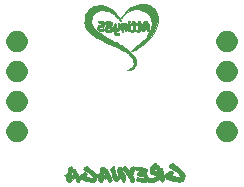
<source format=gbr>
G04 #@! TF.GenerationSoftware,KiCad,Pcbnew,5.1.5-52549c5~84~ubuntu18.04.1*
G04 #@! TF.CreationDate,2019-12-27T14:58:41-07:00*
G04 #@! TF.ProjectId,001,3030312e-6b69-4636-9164-5f7063625858,rev?*
G04 #@! TF.SameCoordinates,Original*
G04 #@! TF.FileFunction,Soldermask,Bot*
G04 #@! TF.FilePolarity,Negative*
%FSLAX46Y46*%
G04 Gerber Fmt 4.6, Leading zero omitted, Abs format (unit mm)*
G04 Created by KiCad (PCBNEW 5.1.5-52549c5~84~ubuntu18.04.1) date 2019-12-27 14:58:41*
%MOMM*%
%LPD*%
G04 APERTURE LIST*
%ADD10C,0.010000*%
%ADD11C,0.100000*%
G04 APERTURE END LIST*
D10*
G36*
X140956521Y-79540033D02*
G01*
X140978843Y-79581818D01*
X140978693Y-79597624D01*
X140955658Y-79636793D01*
X140909612Y-79649951D01*
X140853350Y-79633672D01*
X140850409Y-79631971D01*
X140818979Y-79595389D01*
X140817800Y-79552572D01*
X140846209Y-79520536D01*
X140854901Y-79517071D01*
X140910582Y-79515440D01*
X140956521Y-79540033D01*
G37*
X140956521Y-79540033D02*
X140978843Y-79581818D01*
X140978693Y-79597624D01*
X140955658Y-79636793D01*
X140909612Y-79649951D01*
X140853350Y-79633672D01*
X140850409Y-79631971D01*
X140818979Y-79595389D01*
X140817800Y-79552572D01*
X140846209Y-79520536D01*
X140854901Y-79517071D01*
X140910582Y-79515440D01*
X140956521Y-79540033D01*
G36*
X140913919Y-79721787D02*
G01*
X140957081Y-79738923D01*
X140988374Y-79781727D01*
X141009083Y-79854394D01*
X141020496Y-79961115D01*
X141023839Y-80079867D01*
X141021042Y-80214981D01*
X141010074Y-80312247D01*
X140989811Y-80375561D01*
X140959127Y-80408818D01*
X140926633Y-80416400D01*
X140884608Y-80404738D01*
X140853278Y-80363388D01*
X140844037Y-80342997D01*
X140829908Y-80285421D01*
X140819928Y-80198312D01*
X140814305Y-80094263D01*
X140813249Y-79985867D01*
X140816967Y-79885716D01*
X140825670Y-79806403D01*
X140834544Y-79770790D01*
X140859810Y-79729919D01*
X140901331Y-79720685D01*
X140913919Y-79721787D01*
G37*
X140913919Y-79721787D02*
X140957081Y-79738923D01*
X140988374Y-79781727D01*
X141009083Y-79854394D01*
X141020496Y-79961115D01*
X141023839Y-80079867D01*
X141021042Y-80214981D01*
X141010074Y-80312247D01*
X140989811Y-80375561D01*
X140959127Y-80408818D01*
X140926633Y-80416400D01*
X140884608Y-80404738D01*
X140853278Y-80363388D01*
X140844037Y-80342997D01*
X140829908Y-80285421D01*
X140819928Y-80198312D01*
X140814305Y-80094263D01*
X140813249Y-79985867D01*
X140816967Y-79885716D01*
X140825670Y-79806403D01*
X140834544Y-79770790D01*
X140859810Y-79729919D01*
X140901331Y-79720685D01*
X140913919Y-79721787D01*
G36*
X142409311Y-79539150D02*
G01*
X142474809Y-79605508D01*
X142533386Y-79705732D01*
X142583231Y-79837707D01*
X142622530Y-79999315D01*
X142637109Y-80086758D01*
X142650390Y-80221930D01*
X142645481Y-80320166D01*
X142622103Y-80382885D01*
X142579976Y-80411509D01*
X142573040Y-80412809D01*
X142512768Y-80402083D01*
X142463834Y-80356266D01*
X142433011Y-80282357D01*
X142429591Y-80264663D01*
X142412023Y-80204467D01*
X142384176Y-80183351D01*
X142382287Y-80183278D01*
X142333275Y-80177588D01*
X142303184Y-80170973D01*
X142276323Y-80168143D01*
X142261085Y-80184322D01*
X142252103Y-80228762D01*
X142248150Y-80265810D01*
X142237013Y-80334524D01*
X142220281Y-80388699D01*
X142210950Y-80405115D01*
X142163502Y-80433346D01*
X142106086Y-80431910D01*
X142059500Y-80402321D01*
X142043021Y-80358317D01*
X142034228Y-80282182D01*
X142032782Y-80183350D01*
X142038344Y-80071255D01*
X142050574Y-79955333D01*
X142054096Y-79934398D01*
X142274101Y-79934398D01*
X142280043Y-79962515D01*
X142302629Y-79971255D01*
X142326818Y-79971900D01*
X142363347Y-79969090D01*
X142377957Y-79952807D01*
X142376963Y-79911268D01*
X142373574Y-79884671D01*
X142358424Y-79816932D01*
X142336652Y-79772929D01*
X142312765Y-79760304D01*
X142303487Y-79765891D01*
X142293231Y-79793411D01*
X142282907Y-79847330D01*
X142279215Y-79875605D01*
X142274101Y-79934398D01*
X142054096Y-79934398D01*
X142069135Y-79845018D01*
X142081440Y-79791984D01*
X142111101Y-79692347D01*
X142141744Y-79623676D01*
X142178661Y-79574822D01*
X142189444Y-79564442D01*
X142264815Y-79516501D01*
X142338709Y-79508776D01*
X142409311Y-79539150D01*
G37*
X142409311Y-79539150D02*
X142474809Y-79605508D01*
X142533386Y-79705732D01*
X142583231Y-79837707D01*
X142622530Y-79999315D01*
X142637109Y-80086758D01*
X142650390Y-80221930D01*
X142645481Y-80320166D01*
X142622103Y-80382885D01*
X142579976Y-80411509D01*
X142573040Y-80412809D01*
X142512768Y-80402083D01*
X142463834Y-80356266D01*
X142433011Y-80282357D01*
X142429591Y-80264663D01*
X142412023Y-80204467D01*
X142384176Y-80183351D01*
X142382287Y-80183278D01*
X142333275Y-80177588D01*
X142303184Y-80170973D01*
X142276323Y-80168143D01*
X142261085Y-80184322D01*
X142252103Y-80228762D01*
X142248150Y-80265810D01*
X142237013Y-80334524D01*
X142220281Y-80388699D01*
X142210950Y-80405115D01*
X142163502Y-80433346D01*
X142106086Y-80431910D01*
X142059500Y-80402321D01*
X142043021Y-80358317D01*
X142034228Y-80282182D01*
X142032782Y-80183350D01*
X142038344Y-80071255D01*
X142050574Y-79955333D01*
X142054096Y-79934398D01*
X142274101Y-79934398D01*
X142280043Y-79962515D01*
X142302629Y-79971255D01*
X142326818Y-79971900D01*
X142363347Y-79969090D01*
X142377957Y-79952807D01*
X142376963Y-79911268D01*
X142373574Y-79884671D01*
X142358424Y-79816932D01*
X142336652Y-79772929D01*
X142312765Y-79760304D01*
X142303487Y-79765891D01*
X142293231Y-79793411D01*
X142282907Y-79847330D01*
X142279215Y-79875605D01*
X142274101Y-79934398D01*
X142054096Y-79934398D01*
X142069135Y-79845018D01*
X142081440Y-79791984D01*
X142111101Y-79692347D01*
X142141744Y-79623676D01*
X142178661Y-79574822D01*
X142189444Y-79564442D01*
X142264815Y-79516501D01*
X142338709Y-79508776D01*
X142409311Y-79539150D01*
G36*
X138542862Y-79524088D02*
G01*
X138645422Y-79540941D01*
X138713341Y-79558737D01*
X138753740Y-79585351D01*
X138773740Y-79628654D01*
X138780463Y-79696521D01*
X138781043Y-79787437D01*
X138779230Y-79876183D01*
X138774648Y-79949897D01*
X138768121Y-79997554D01*
X138764570Y-80007887D01*
X138718555Y-80044119D01*
X138647596Y-80059294D01*
X138566060Y-80050818D01*
X138506809Y-80040312D01*
X138462330Y-80040222D01*
X138456707Y-80041741D01*
X138424576Y-80074331D01*
X138414321Y-80129680D01*
X138424010Y-80179065D01*
X138457145Y-80214570D01*
X138513311Y-80226465D01*
X138579839Y-80213891D01*
X138622138Y-80192518D01*
X138686642Y-80165496D01*
X138739329Y-80171669D01*
X138771950Y-80208884D01*
X138777662Y-80233064D01*
X138766815Y-80303169D01*
X138722631Y-80361703D01*
X138653317Y-80405234D01*
X138567080Y-80430329D01*
X138472127Y-80433557D01*
X138376664Y-80411483D01*
X138363742Y-80406185D01*
X138286886Y-80350805D01*
X138234273Y-80266272D01*
X138210740Y-80161057D01*
X138209946Y-80136938D01*
X138222919Y-80023317D01*
X138263158Y-79941699D01*
X138332333Y-79890366D01*
X138432112Y-79867603D01*
X138473399Y-79866067D01*
X138532343Y-79864504D01*
X138560412Y-79854059D01*
X138569063Y-79826101D01*
X138569700Y-79793507D01*
X138567864Y-79752011D01*
X138555507Y-79728858D01*
X138522355Y-79716405D01*
X138458137Y-79707008D01*
X138452495Y-79706302D01*
X138351671Y-79684845D01*
X138286267Y-79650979D01*
X138258615Y-79606322D01*
X138261505Y-79573760D01*
X138288434Y-79534861D01*
X138341509Y-79514150D01*
X138425103Y-79510854D01*
X138542862Y-79524088D01*
G37*
X138542862Y-79524088D02*
X138645422Y-79540941D01*
X138713341Y-79558737D01*
X138753740Y-79585351D01*
X138773740Y-79628654D01*
X138780463Y-79696521D01*
X138781043Y-79787437D01*
X138779230Y-79876183D01*
X138774648Y-79949897D01*
X138768121Y-79997554D01*
X138764570Y-80007887D01*
X138718555Y-80044119D01*
X138647596Y-80059294D01*
X138566060Y-80050818D01*
X138506809Y-80040312D01*
X138462330Y-80040222D01*
X138456707Y-80041741D01*
X138424576Y-80074331D01*
X138414321Y-80129680D01*
X138424010Y-80179065D01*
X138457145Y-80214570D01*
X138513311Y-80226465D01*
X138579839Y-80213891D01*
X138622138Y-80192518D01*
X138686642Y-80165496D01*
X138739329Y-80171669D01*
X138771950Y-80208884D01*
X138777662Y-80233064D01*
X138766815Y-80303169D01*
X138722631Y-80361703D01*
X138653317Y-80405234D01*
X138567080Y-80430329D01*
X138472127Y-80433557D01*
X138376664Y-80411483D01*
X138363742Y-80406185D01*
X138286886Y-80350805D01*
X138234273Y-80266272D01*
X138210740Y-80161057D01*
X138209946Y-80136938D01*
X138222919Y-80023317D01*
X138263158Y-79941699D01*
X138332333Y-79890366D01*
X138432112Y-79867603D01*
X138473399Y-79866067D01*
X138532343Y-79864504D01*
X138560412Y-79854059D01*
X138569063Y-79826101D01*
X138569700Y-79793507D01*
X138567864Y-79752011D01*
X138555507Y-79728858D01*
X138522355Y-79716405D01*
X138458137Y-79707008D01*
X138452495Y-79706302D01*
X138351671Y-79684845D01*
X138286267Y-79650979D01*
X138258615Y-79606322D01*
X138261505Y-79573760D01*
X138288434Y-79534861D01*
X138341509Y-79514150D01*
X138425103Y-79510854D01*
X138542862Y-79524088D01*
G36*
X141799530Y-79517209D02*
G01*
X141830577Y-79556791D01*
X141841030Y-79579637D01*
X141861685Y-79640357D01*
X141871558Y-79691573D01*
X141871700Y-79696054D01*
X141886509Y-79732247D01*
X141909324Y-79739067D01*
X141967207Y-79751916D01*
X142009372Y-79783875D01*
X142032062Y-79825063D01*
X142031519Y-79865598D01*
X142003985Y-79895599D01*
X141972242Y-79904514D01*
X141914034Y-79911212D01*
X141914034Y-80109893D01*
X141911577Y-80203462D01*
X141905004Y-80285980D01*
X141895509Y-80344718D01*
X141890533Y-80360153D01*
X141841247Y-80418633D01*
X141758548Y-80451267D01*
X141673666Y-80458734D01*
X141585374Y-80448500D01*
X141532783Y-80417023D01*
X141514328Y-80363142D01*
X141515343Y-80341273D01*
X141525092Y-80300087D01*
X141550584Y-80279307D01*
X141604916Y-80268511D01*
X141607117Y-80268234D01*
X141691784Y-80257650D01*
X141698263Y-80131532D01*
X141699414Y-80023609D01*
X141687076Y-79951763D01*
X141657243Y-79910813D01*
X141605910Y-79895580D01*
X141529071Y-79900883D01*
X141520914Y-79902166D01*
X141448367Y-79913939D01*
X141448367Y-80111257D01*
X141444959Y-80233881D01*
X141433332Y-80321530D01*
X141411382Y-80381117D01*
X141377007Y-80419556D01*
X141349787Y-80435233D01*
X141284226Y-80452869D01*
X141205257Y-80457827D01*
X141131001Y-80450375D01*
X141080180Y-80431231D01*
X141050947Y-80384621D01*
X141049676Y-80341273D01*
X141059425Y-80300087D01*
X141084917Y-80279307D01*
X141139249Y-80268511D01*
X141141450Y-80268234D01*
X141226117Y-80257650D01*
X141226117Y-79922760D01*
X141153450Y-79898294D01*
X141084645Y-79863021D01*
X141053350Y-79820823D01*
X141059720Y-79778743D01*
X141103912Y-79743819D01*
X141149706Y-79728995D01*
X141190957Y-79713295D01*
X141201660Y-79681824D01*
X141199114Y-79655982D01*
X141202286Y-79584134D01*
X141230710Y-79531057D01*
X141278451Y-79506777D01*
X141287770Y-79506234D01*
X141343206Y-79521508D01*
X141379768Y-79569768D01*
X141399852Y-79651424D01*
X141412072Y-79707634D01*
X141435491Y-79735384D01*
X141470990Y-79746766D01*
X141535569Y-79748334D01*
X141595491Y-79736259D01*
X141642177Y-79711771D01*
X141658940Y-79673277D01*
X141660034Y-79650938D01*
X141672393Y-79570316D01*
X141707871Y-79520961D01*
X141757108Y-79506234D01*
X141799530Y-79517209D01*
G37*
X141799530Y-79517209D02*
X141830577Y-79556791D01*
X141841030Y-79579637D01*
X141861685Y-79640357D01*
X141871558Y-79691573D01*
X141871700Y-79696054D01*
X141886509Y-79732247D01*
X141909324Y-79739067D01*
X141967207Y-79751916D01*
X142009372Y-79783875D01*
X142032062Y-79825063D01*
X142031519Y-79865598D01*
X142003985Y-79895599D01*
X141972242Y-79904514D01*
X141914034Y-79911212D01*
X141914034Y-80109893D01*
X141911577Y-80203462D01*
X141905004Y-80285980D01*
X141895509Y-80344718D01*
X141890533Y-80360153D01*
X141841247Y-80418633D01*
X141758548Y-80451267D01*
X141673666Y-80458734D01*
X141585374Y-80448500D01*
X141532783Y-80417023D01*
X141514328Y-80363142D01*
X141515343Y-80341273D01*
X141525092Y-80300087D01*
X141550584Y-80279307D01*
X141604916Y-80268511D01*
X141607117Y-80268234D01*
X141691784Y-80257650D01*
X141698263Y-80131532D01*
X141699414Y-80023609D01*
X141687076Y-79951763D01*
X141657243Y-79910813D01*
X141605910Y-79895580D01*
X141529071Y-79900883D01*
X141520914Y-79902166D01*
X141448367Y-79913939D01*
X141448367Y-80111257D01*
X141444959Y-80233881D01*
X141433332Y-80321530D01*
X141411382Y-80381117D01*
X141377007Y-80419556D01*
X141349787Y-80435233D01*
X141284226Y-80452869D01*
X141205257Y-80457827D01*
X141131001Y-80450375D01*
X141080180Y-80431231D01*
X141050947Y-80384621D01*
X141049676Y-80341273D01*
X141059425Y-80300087D01*
X141084917Y-80279307D01*
X141139249Y-80268511D01*
X141141450Y-80268234D01*
X141226117Y-80257650D01*
X141226117Y-79922760D01*
X141153450Y-79898294D01*
X141084645Y-79863021D01*
X141053350Y-79820823D01*
X141059720Y-79778743D01*
X141103912Y-79743819D01*
X141149706Y-79728995D01*
X141190957Y-79713295D01*
X141201660Y-79681824D01*
X141199114Y-79655982D01*
X141202286Y-79584134D01*
X141230710Y-79531057D01*
X141278451Y-79506777D01*
X141287770Y-79506234D01*
X141343206Y-79521508D01*
X141379768Y-79569768D01*
X141399852Y-79651424D01*
X141412072Y-79707634D01*
X141435491Y-79735384D01*
X141470990Y-79746766D01*
X141535569Y-79748334D01*
X141595491Y-79736259D01*
X141642177Y-79711771D01*
X141658940Y-79673277D01*
X141660034Y-79650938D01*
X141672393Y-79570316D01*
X141707871Y-79520961D01*
X141757108Y-79506234D01*
X141799530Y-79517209D01*
G36*
X140695224Y-79719312D02*
G01*
X140721736Y-79762612D01*
X140738559Y-79834924D01*
X140746916Y-79940911D01*
X140748360Y-80045984D01*
X140743973Y-80194902D01*
X140731589Y-80305144D01*
X140710448Y-80379743D01*
X140679791Y-80421732D01*
X140651369Y-80433480D01*
X140599248Y-80422971D01*
X140563179Y-80374058D01*
X140543005Y-80286402D01*
X140538200Y-80190436D01*
X140532136Y-80075758D01*
X140514746Y-79991564D01*
X140487232Y-79941846D01*
X140459582Y-79929567D01*
X140446805Y-79936375D01*
X140439676Y-79961222D01*
X140437771Y-80010739D01*
X140440669Y-80091557D01*
X140444796Y-80161929D01*
X140450435Y-80275066D01*
X140450320Y-80352743D01*
X140444152Y-80401482D01*
X140432758Y-80426512D01*
X140391380Y-80455941D01*
X140349363Y-80443938D01*
X140305475Y-80390322D01*
X140266717Y-80304271D01*
X140239398Y-80198846D01*
X140223987Y-80084508D01*
X140220956Y-79971716D01*
X140230775Y-79870932D01*
X140253915Y-79792615D01*
X140277020Y-79758007D01*
X140332822Y-79725986D01*
X140404756Y-79713525D01*
X140473493Y-79722145D01*
X140507420Y-79739871D01*
X140538155Y-79753974D01*
X140571836Y-79736139D01*
X140579356Y-79729549D01*
X140624280Y-79704094D01*
X140657802Y-79700357D01*
X140695224Y-79719312D01*
G37*
X140695224Y-79719312D02*
X140721736Y-79762612D01*
X140738559Y-79834924D01*
X140746916Y-79940911D01*
X140748360Y-80045984D01*
X140743973Y-80194902D01*
X140731589Y-80305144D01*
X140710448Y-80379743D01*
X140679791Y-80421732D01*
X140651369Y-80433480D01*
X140599248Y-80422971D01*
X140563179Y-80374058D01*
X140543005Y-80286402D01*
X140538200Y-80190436D01*
X140532136Y-80075758D01*
X140514746Y-79991564D01*
X140487232Y-79941846D01*
X140459582Y-79929567D01*
X140446805Y-79936375D01*
X140439676Y-79961222D01*
X140437771Y-80010739D01*
X140440669Y-80091557D01*
X140444796Y-80161929D01*
X140450435Y-80275066D01*
X140450320Y-80352743D01*
X140444152Y-80401482D01*
X140432758Y-80426512D01*
X140391380Y-80455941D01*
X140349363Y-80443938D01*
X140305475Y-80390322D01*
X140266717Y-80304271D01*
X140239398Y-80198846D01*
X140223987Y-80084508D01*
X140220956Y-79971716D01*
X140230775Y-79870932D01*
X140253915Y-79792615D01*
X140277020Y-79758007D01*
X140332822Y-79725986D01*
X140404756Y-79713525D01*
X140473493Y-79722145D01*
X140507420Y-79739871D01*
X140538155Y-79753974D01*
X140571836Y-79736139D01*
X140579356Y-79729549D01*
X140624280Y-79704094D01*
X140657802Y-79700357D01*
X140695224Y-79719312D01*
G36*
X139251641Y-79530366D02*
G01*
X139346345Y-79563727D01*
X139427287Y-79615211D01*
X139428619Y-79616371D01*
X139476005Y-79665116D01*
X139496852Y-79712978D01*
X139501034Y-79770123D01*
X139492324Y-79843904D01*
X139460740Y-79899438D01*
X139445453Y-79915875D01*
X139389872Y-79971455D01*
X139466620Y-80056405D01*
X139515447Y-80118091D01*
X139538331Y-80172320D01*
X139543367Y-80227353D01*
X139534293Y-80315439D01*
X139501780Y-80377281D01*
X139437890Y-80426029D01*
X139416502Y-80437498D01*
X139311195Y-80471007D01*
X139190501Y-80477847D01*
X139071993Y-80457916D01*
X139023120Y-80439761D01*
X138929420Y-80378443D01*
X138868671Y-80299176D01*
X138842169Y-80209461D01*
X138843379Y-80197057D01*
X139061830Y-80197057D01*
X139089709Y-80248642D01*
X139143644Y-80280419D01*
X139214151Y-80288157D01*
X139282290Y-80270854D01*
X139300620Y-80259778D01*
X139327422Y-80233291D01*
X139325150Y-80202599D01*
X139312919Y-80177441D01*
X139272015Y-80126514D01*
X139232456Y-80096763D01*
X139187029Y-80079997D01*
X139144634Y-80089591D01*
X139123811Y-80100452D01*
X139072624Y-80145258D01*
X139061830Y-80197057D01*
X138843379Y-80197057D01*
X138851212Y-80116799D01*
X138897098Y-80028693D01*
X138943677Y-79980440D01*
X138996166Y-79936062D01*
X138941683Y-79855778D01*
X138896311Y-79762446D01*
X138893452Y-79728964D01*
X139106337Y-79728964D01*
X139107668Y-79771015D01*
X139137993Y-79802673D01*
X139184325Y-79818976D01*
X139233673Y-79814959D01*
X139268945Y-79791086D01*
X139283200Y-79754826D01*
X139257673Y-79726740D01*
X139191309Y-79705704D01*
X139188490Y-79705133D01*
X139137603Y-79700753D01*
X139111894Y-79717424D01*
X139106337Y-79728964D01*
X138893452Y-79728964D01*
X138889162Y-79678751D01*
X138916513Y-79608601D01*
X138974644Y-79555903D01*
X139059832Y-79524564D01*
X139168356Y-79518490D01*
X139251641Y-79530366D01*
G37*
X139251641Y-79530366D02*
X139346345Y-79563727D01*
X139427287Y-79615211D01*
X139428619Y-79616371D01*
X139476005Y-79665116D01*
X139496852Y-79712978D01*
X139501034Y-79770123D01*
X139492324Y-79843904D01*
X139460740Y-79899438D01*
X139445453Y-79915875D01*
X139389872Y-79971455D01*
X139466620Y-80056405D01*
X139515447Y-80118091D01*
X139538331Y-80172320D01*
X139543367Y-80227353D01*
X139534293Y-80315439D01*
X139501780Y-80377281D01*
X139437890Y-80426029D01*
X139416502Y-80437498D01*
X139311195Y-80471007D01*
X139190501Y-80477847D01*
X139071993Y-80457916D01*
X139023120Y-80439761D01*
X138929420Y-80378443D01*
X138868671Y-80299176D01*
X138842169Y-80209461D01*
X138843379Y-80197057D01*
X139061830Y-80197057D01*
X139089709Y-80248642D01*
X139143644Y-80280419D01*
X139214151Y-80288157D01*
X139282290Y-80270854D01*
X139300620Y-80259778D01*
X139327422Y-80233291D01*
X139325150Y-80202599D01*
X139312919Y-80177441D01*
X139272015Y-80126514D01*
X139232456Y-80096763D01*
X139187029Y-80079997D01*
X139144634Y-80089591D01*
X139123811Y-80100452D01*
X139072624Y-80145258D01*
X139061830Y-80197057D01*
X138843379Y-80197057D01*
X138851212Y-80116799D01*
X138897098Y-80028693D01*
X138943677Y-79980440D01*
X138996166Y-79936062D01*
X138941683Y-79855778D01*
X138896311Y-79762446D01*
X138893452Y-79728964D01*
X139106337Y-79728964D01*
X139107668Y-79771015D01*
X139137993Y-79802673D01*
X139184325Y-79818976D01*
X139233673Y-79814959D01*
X139268945Y-79791086D01*
X139283200Y-79754826D01*
X139257673Y-79726740D01*
X139191309Y-79705704D01*
X139188490Y-79705133D01*
X139137603Y-79700753D01*
X139111894Y-79717424D01*
X139106337Y-79728964D01*
X138893452Y-79728964D01*
X138889162Y-79678751D01*
X138916513Y-79608601D01*
X138974644Y-79555903D01*
X139059832Y-79524564D01*
X139168356Y-79518490D01*
X139251641Y-79530366D01*
G36*
X140082431Y-79725292D02*
G01*
X140121120Y-79760859D01*
X140150988Y-79828359D01*
X140170543Y-79918029D01*
X140178295Y-80020108D01*
X140172751Y-80124832D01*
X140156353Y-80209062D01*
X140115514Y-80290954D01*
X140051419Y-80346812D01*
X139973733Y-80372658D01*
X139892120Y-80364514D01*
X139841156Y-80338838D01*
X139790860Y-80303608D01*
X139802791Y-80392561D01*
X139818896Y-80463132D01*
X139843550Y-80524588D01*
X139849266Y-80534234D01*
X139874489Y-80565668D01*
X139904944Y-80578527D01*
X139955681Y-80577121D01*
X139986043Y-80573394D01*
X140061061Y-80569386D01*
X140101610Y-80584540D01*
X140112514Y-80622273D01*
X140106469Y-80658644D01*
X140073072Y-80706263D01*
X140008798Y-80742108D01*
X139928010Y-80768548D01*
X139865358Y-80772255D01*
X139807950Y-80756040D01*
X139727973Y-80700138D01*
X139665841Y-80606251D01*
X139621773Y-80474882D01*
X139595985Y-80306534D01*
X139592354Y-80257650D01*
X139589630Y-80100531D01*
X139600945Y-79966668D01*
X139625189Y-79860064D01*
X139661250Y-79784721D01*
X139708015Y-79744643D01*
X139736403Y-79739067D01*
X139780024Y-79758396D01*
X139807294Y-79816489D01*
X139818280Y-79913504D01*
X139818534Y-79934713D01*
X139827364Y-80030353D01*
X139852920Y-80092215D01*
X139893797Y-80117652D01*
X139915183Y-80116840D01*
X139936569Y-80106951D01*
X139950878Y-80081349D01*
X139960843Y-80031310D01*
X139969197Y-79948108D01*
X139969611Y-79943050D01*
X139984738Y-79830126D01*
X140008873Y-79757385D01*
X140042704Y-79723500D01*
X140082431Y-79725292D01*
G37*
X140082431Y-79725292D02*
X140121120Y-79760859D01*
X140150988Y-79828359D01*
X140170543Y-79918029D01*
X140178295Y-80020108D01*
X140172751Y-80124832D01*
X140156353Y-80209062D01*
X140115514Y-80290954D01*
X140051419Y-80346812D01*
X139973733Y-80372658D01*
X139892120Y-80364514D01*
X139841156Y-80338838D01*
X139790860Y-80303608D01*
X139802791Y-80392561D01*
X139818896Y-80463132D01*
X139843550Y-80524588D01*
X139849266Y-80534234D01*
X139874489Y-80565668D01*
X139904944Y-80578527D01*
X139955681Y-80577121D01*
X139986043Y-80573394D01*
X140061061Y-80569386D01*
X140101610Y-80584540D01*
X140112514Y-80622273D01*
X140106469Y-80658644D01*
X140073072Y-80706263D01*
X140008798Y-80742108D01*
X139928010Y-80768548D01*
X139865358Y-80772255D01*
X139807950Y-80756040D01*
X139727973Y-80700138D01*
X139665841Y-80606251D01*
X139621773Y-80474882D01*
X139595985Y-80306534D01*
X139592354Y-80257650D01*
X139589630Y-80100531D01*
X139600945Y-79966668D01*
X139625189Y-79860064D01*
X139661250Y-79784721D01*
X139708015Y-79744643D01*
X139736403Y-79739067D01*
X139780024Y-79758396D01*
X139807294Y-79816489D01*
X139818280Y-79913504D01*
X139818534Y-79934713D01*
X139827364Y-80030353D01*
X139852920Y-80092215D01*
X139893797Y-80117652D01*
X139915183Y-80116840D01*
X139936569Y-80106951D01*
X139950878Y-80081349D01*
X139960843Y-80031310D01*
X139969197Y-79948108D01*
X139969611Y-79943050D01*
X139984738Y-79830126D01*
X140008873Y-79757385D01*
X140042704Y-79723500D01*
X140082431Y-79725292D01*
G36*
X142121729Y-78115971D02*
G01*
X142376099Y-78148033D01*
X142601470Y-78210407D01*
X142798760Y-78303454D01*
X142968887Y-78427533D01*
X143008404Y-78464548D01*
X143144418Y-78622965D01*
X143246744Y-78798553D01*
X143316260Y-78994190D01*
X143353845Y-79212754D01*
X143360378Y-79457126D01*
X143352186Y-79590900D01*
X143309396Y-79848897D01*
X143226625Y-80111112D01*
X143105636Y-80374724D01*
X142948192Y-80636914D01*
X142756056Y-80894863D01*
X142530992Y-81145751D01*
X142274762Y-81386759D01*
X142178309Y-81468040D01*
X142052654Y-81564456D01*
X141901342Y-81670348D01*
X141737173Y-81777495D01*
X141572946Y-81877676D01*
X141421460Y-81962672D01*
X141356018Y-81996159D01*
X141239587Y-82051870D01*
X141156454Y-82087947D01*
X141103018Y-82105507D01*
X141075680Y-82105672D01*
X141070841Y-82089559D01*
X141072286Y-82084391D01*
X141091513Y-82063879D01*
X141139202Y-82023529D01*
X141209366Y-81968114D01*
X141296020Y-81902402D01*
X141357775Y-81856850D01*
X141679970Y-81607971D01*
X141961192Y-81361189D01*
X142202653Y-81115077D01*
X142405567Y-80868210D01*
X142571147Y-80619160D01*
X142700605Y-80366502D01*
X142765058Y-80202263D01*
X142795181Y-80111902D01*
X142814951Y-80038929D01*
X142826465Y-79969384D01*
X142831819Y-79889307D01*
X142833111Y-79784737D01*
X142833031Y-79749650D01*
X142831512Y-79634598D01*
X142826786Y-79549532D01*
X142817068Y-79482129D01*
X142800573Y-79420064D01*
X142775515Y-79351016D01*
X142775149Y-79350078D01*
X142672623Y-79144693D01*
X142536028Y-78961662D01*
X142369620Y-78805580D01*
X142177658Y-78681047D01*
X142136284Y-78660192D01*
X141943469Y-78582373D01*
X141758502Y-78540945D01*
X141570106Y-78534532D01*
X141367002Y-78561758D01*
X141353117Y-78564640D01*
X141135289Y-78631536D01*
X140919365Y-78738833D01*
X140708405Y-78884615D01*
X140505467Y-79066965D01*
X140437748Y-79138145D01*
X140371738Y-79208759D01*
X140315537Y-79266065D01*
X140275496Y-79303767D01*
X140258542Y-79315734D01*
X140245172Y-79300598D01*
X140256002Y-79258736D01*
X140287571Y-79195464D01*
X140336413Y-79116098D01*
X140399067Y-79025957D01*
X140472069Y-78930356D01*
X140551955Y-78834612D01*
X140621946Y-78757861D01*
X140845965Y-78548085D01*
X141078238Y-78379689D01*
X141319360Y-78252419D01*
X141569927Y-78166019D01*
X141830535Y-78120234D01*
X142101777Y-78114811D01*
X142121729Y-78115971D01*
G37*
X142121729Y-78115971D02*
X142376099Y-78148033D01*
X142601470Y-78210407D01*
X142798760Y-78303454D01*
X142968887Y-78427533D01*
X143008404Y-78464548D01*
X143144418Y-78622965D01*
X143246744Y-78798553D01*
X143316260Y-78994190D01*
X143353845Y-79212754D01*
X143360378Y-79457126D01*
X143352186Y-79590900D01*
X143309396Y-79848897D01*
X143226625Y-80111112D01*
X143105636Y-80374724D01*
X142948192Y-80636914D01*
X142756056Y-80894863D01*
X142530992Y-81145751D01*
X142274762Y-81386759D01*
X142178309Y-81468040D01*
X142052654Y-81564456D01*
X141901342Y-81670348D01*
X141737173Y-81777495D01*
X141572946Y-81877676D01*
X141421460Y-81962672D01*
X141356018Y-81996159D01*
X141239587Y-82051870D01*
X141156454Y-82087947D01*
X141103018Y-82105507D01*
X141075680Y-82105672D01*
X141070841Y-82089559D01*
X141072286Y-82084391D01*
X141091513Y-82063879D01*
X141139202Y-82023529D01*
X141209366Y-81968114D01*
X141296020Y-81902402D01*
X141357775Y-81856850D01*
X141679970Y-81607971D01*
X141961192Y-81361189D01*
X142202653Y-81115077D01*
X142405567Y-80868210D01*
X142571147Y-80619160D01*
X142700605Y-80366502D01*
X142765058Y-80202263D01*
X142795181Y-80111902D01*
X142814951Y-80038929D01*
X142826465Y-79969384D01*
X142831819Y-79889307D01*
X142833111Y-79784737D01*
X142833031Y-79749650D01*
X142831512Y-79634598D01*
X142826786Y-79549532D01*
X142817068Y-79482129D01*
X142800573Y-79420064D01*
X142775515Y-79351016D01*
X142775149Y-79350078D01*
X142672623Y-79144693D01*
X142536028Y-78961662D01*
X142369620Y-78805580D01*
X142177658Y-78681047D01*
X142136284Y-78660192D01*
X141943469Y-78582373D01*
X141758502Y-78540945D01*
X141570106Y-78534532D01*
X141367002Y-78561758D01*
X141353117Y-78564640D01*
X141135289Y-78631536D01*
X140919365Y-78738833D01*
X140708405Y-78884615D01*
X140505467Y-79066965D01*
X140437748Y-79138145D01*
X140371738Y-79208759D01*
X140315537Y-79266065D01*
X140275496Y-79303767D01*
X140258542Y-79315734D01*
X140245172Y-79300598D01*
X140256002Y-79258736D01*
X140287571Y-79195464D01*
X140336413Y-79116098D01*
X140399067Y-79025957D01*
X140472069Y-78930356D01*
X140551955Y-78834612D01*
X140621946Y-78757861D01*
X140845965Y-78548085D01*
X141078238Y-78379689D01*
X141319360Y-78252419D01*
X141569927Y-78166019D01*
X141830535Y-78120234D01*
X142101777Y-78114811D01*
X142121729Y-78115971D01*
G36*
X138664935Y-78232514D02*
G01*
X138905717Y-78283363D01*
X139142058Y-78369704D01*
X139369492Y-78489575D01*
X139583556Y-78641016D01*
X139779785Y-78822064D01*
X139943143Y-79016350D01*
X140003506Y-79102789D01*
X140064476Y-79198501D01*
X140121320Y-79295034D01*
X140169308Y-79383941D01*
X140203709Y-79456771D01*
X140219792Y-79505077D01*
X140220402Y-79511525D01*
X140215163Y-79540715D01*
X140196805Y-79543040D01*
X140162380Y-79516401D01*
X140108940Y-79458702D01*
X140054211Y-79393297D01*
X139857126Y-79177369D01*
X139647586Y-78995448D01*
X139428445Y-78849116D01*
X139202557Y-78739952D01*
X138972778Y-78669537D01*
X138741962Y-78639450D01*
X138690583Y-78638400D01*
X138483886Y-78656327D01*
X138298012Y-78709448D01*
X138134969Y-78796775D01*
X137996763Y-78917320D01*
X137916805Y-79019535D01*
X137829943Y-79165165D01*
X137773703Y-79300614D01*
X137743634Y-79439405D01*
X137735319Y-79570763D01*
X137735977Y-79664182D01*
X137742695Y-79732790D01*
X137759437Y-79794057D01*
X137790167Y-79865452D01*
X137812708Y-79911808D01*
X137875560Y-80021318D01*
X137956942Y-80130996D01*
X138059068Y-80242469D01*
X138184154Y-80357368D01*
X138334417Y-80477319D01*
X138512072Y-80603951D01*
X138719335Y-80738893D01*
X138958421Y-80883772D01*
X139231546Y-81040218D01*
X139540927Y-81209858D01*
X139680950Y-81284763D01*
X139820262Y-81359110D01*
X139954334Y-81431208D01*
X140076388Y-81497371D01*
X140179647Y-81553913D01*
X140257336Y-81597148D01*
X140294784Y-81618647D01*
X140525868Y-81764065D01*
X140742751Y-81917694D01*
X140940260Y-82075146D01*
X141113223Y-82232033D01*
X141256470Y-82383969D01*
X141364630Y-82526264D01*
X141457612Y-82698567D01*
X141512911Y-82870102D01*
X141531330Y-83036930D01*
X141513673Y-83195115D01*
X141460744Y-83340720D01*
X141373348Y-83469808D01*
X141252288Y-83578443D01*
X141135933Y-83646010D01*
X141068613Y-83672088D01*
X140990342Y-83693919D01*
X140911287Y-83709860D01*
X140841615Y-83718269D01*
X140791494Y-83717503D01*
X140771091Y-83705920D01*
X140771034Y-83704962D01*
X140789433Y-83688963D01*
X140838181Y-83663996D01*
X140907603Y-83634883D01*
X140924492Y-83628474D01*
X141071235Y-83561386D01*
X141181012Y-83482010D01*
X141258263Y-83386863D01*
X141277133Y-83351910D01*
X141315206Y-83226732D01*
X141319552Y-83085142D01*
X141292236Y-82933333D01*
X141235324Y-82777497D01*
X141150879Y-82623827D01*
X141040968Y-82478517D01*
X140956849Y-82391483D01*
X140881747Y-82325002D01*
X140798302Y-82259553D01*
X140703186Y-82193334D01*
X140593069Y-82124541D01*
X140464623Y-82051373D01*
X140314521Y-81972028D01*
X140139433Y-81884702D01*
X139936032Y-81787593D01*
X139700989Y-81678900D01*
X139430976Y-81556818D01*
X139342284Y-81517148D01*
X139017310Y-81369651D01*
X138729569Y-81233616D01*
X138476064Y-81107322D01*
X138253797Y-80989049D01*
X138059774Y-80877075D01*
X137890997Y-80769680D01*
X137744470Y-80665143D01*
X137617196Y-80561743D01*
X137517576Y-80469166D01*
X137369083Y-80300018D01*
X137260383Y-80125739D01*
X137188942Y-79941936D01*
X137171019Y-79868601D01*
X137160385Y-79784772D01*
X137155611Y-79673363D01*
X137156223Y-79546256D01*
X137161748Y-79415332D01*
X137171711Y-79292474D01*
X137185637Y-79189562D01*
X137200695Y-79125234D01*
X137294294Y-78899010D01*
X137415714Y-78704690D01*
X137564931Y-78542297D01*
X137741916Y-78411856D01*
X137946645Y-78313388D01*
X138179091Y-78246918D01*
X138187899Y-78245137D01*
X138424174Y-78219118D01*
X138664935Y-78232514D01*
G37*
X138664935Y-78232514D02*
X138905717Y-78283363D01*
X139142058Y-78369704D01*
X139369492Y-78489575D01*
X139583556Y-78641016D01*
X139779785Y-78822064D01*
X139943143Y-79016350D01*
X140003506Y-79102789D01*
X140064476Y-79198501D01*
X140121320Y-79295034D01*
X140169308Y-79383941D01*
X140203709Y-79456771D01*
X140219792Y-79505077D01*
X140220402Y-79511525D01*
X140215163Y-79540715D01*
X140196805Y-79543040D01*
X140162380Y-79516401D01*
X140108940Y-79458702D01*
X140054211Y-79393297D01*
X139857126Y-79177369D01*
X139647586Y-78995448D01*
X139428445Y-78849116D01*
X139202557Y-78739952D01*
X138972778Y-78669537D01*
X138741962Y-78639450D01*
X138690583Y-78638400D01*
X138483886Y-78656327D01*
X138298012Y-78709448D01*
X138134969Y-78796775D01*
X137996763Y-78917320D01*
X137916805Y-79019535D01*
X137829943Y-79165165D01*
X137773703Y-79300614D01*
X137743634Y-79439405D01*
X137735319Y-79570763D01*
X137735977Y-79664182D01*
X137742695Y-79732790D01*
X137759437Y-79794057D01*
X137790167Y-79865452D01*
X137812708Y-79911808D01*
X137875560Y-80021318D01*
X137956942Y-80130996D01*
X138059068Y-80242469D01*
X138184154Y-80357368D01*
X138334417Y-80477319D01*
X138512072Y-80603951D01*
X138719335Y-80738893D01*
X138958421Y-80883772D01*
X139231546Y-81040218D01*
X139540927Y-81209858D01*
X139680950Y-81284763D01*
X139820262Y-81359110D01*
X139954334Y-81431208D01*
X140076388Y-81497371D01*
X140179647Y-81553913D01*
X140257336Y-81597148D01*
X140294784Y-81618647D01*
X140525868Y-81764065D01*
X140742751Y-81917694D01*
X140940260Y-82075146D01*
X141113223Y-82232033D01*
X141256470Y-82383969D01*
X141364630Y-82526264D01*
X141457612Y-82698567D01*
X141512911Y-82870102D01*
X141531330Y-83036930D01*
X141513673Y-83195115D01*
X141460744Y-83340720D01*
X141373348Y-83469808D01*
X141252288Y-83578443D01*
X141135933Y-83646010D01*
X141068613Y-83672088D01*
X140990342Y-83693919D01*
X140911287Y-83709860D01*
X140841615Y-83718269D01*
X140791494Y-83717503D01*
X140771091Y-83705920D01*
X140771034Y-83704962D01*
X140789433Y-83688963D01*
X140838181Y-83663996D01*
X140907603Y-83634883D01*
X140924492Y-83628474D01*
X141071235Y-83561386D01*
X141181012Y-83482010D01*
X141258263Y-83386863D01*
X141277133Y-83351910D01*
X141315206Y-83226732D01*
X141319552Y-83085142D01*
X141292236Y-82933333D01*
X141235324Y-82777497D01*
X141150879Y-82623827D01*
X141040968Y-82478517D01*
X140956849Y-82391483D01*
X140881747Y-82325002D01*
X140798302Y-82259553D01*
X140703186Y-82193334D01*
X140593069Y-82124541D01*
X140464623Y-82051373D01*
X140314521Y-81972028D01*
X140139433Y-81884702D01*
X139936032Y-81787593D01*
X139700989Y-81678900D01*
X139430976Y-81556818D01*
X139342284Y-81517148D01*
X139017310Y-81369651D01*
X138729569Y-81233616D01*
X138476064Y-81107322D01*
X138253797Y-80989049D01*
X138059774Y-80877075D01*
X137890997Y-80769680D01*
X137744470Y-80665143D01*
X137617196Y-80561743D01*
X137517576Y-80469166D01*
X137369083Y-80300018D01*
X137260383Y-80125739D01*
X137188942Y-79941936D01*
X137171019Y-79868601D01*
X137160385Y-79784772D01*
X137155611Y-79673363D01*
X137156223Y-79546256D01*
X137161748Y-79415332D01*
X137171711Y-79292474D01*
X137185637Y-79189562D01*
X137200695Y-79125234D01*
X137294294Y-78899010D01*
X137415714Y-78704690D01*
X137564931Y-78542297D01*
X137741916Y-78411856D01*
X137946645Y-78313388D01*
X138179091Y-78246918D01*
X138187899Y-78245137D01*
X138424174Y-78219118D01*
X138664935Y-78232514D01*
G36*
X139618903Y-91865895D02*
G01*
X139642369Y-91919147D01*
X139668583Y-91998309D01*
X139695008Y-92095535D01*
X139719107Y-92202977D01*
X139723882Y-92227400D01*
X139760516Y-92387107D01*
X139803649Y-92510791D01*
X139855586Y-92604556D01*
X139876647Y-92631883D01*
X139914968Y-92671191D01*
X139938757Y-92677577D01*
X139948337Y-92668089D01*
X139959081Y-92631498D01*
X139965164Y-92571295D01*
X139966815Y-92499608D01*
X139964263Y-92428563D01*
X139957737Y-92370288D01*
X139947466Y-92336911D01*
X139942006Y-92333234D01*
X139926927Y-92325514D01*
X139929828Y-92320717D01*
X139931876Y-92294670D01*
X139922334Y-92243763D01*
X139915496Y-92218987D01*
X139901016Y-92124265D01*
X139922832Y-92043914D01*
X139969133Y-91981393D01*
X140006881Y-91950693D01*
X140060265Y-91917634D01*
X140116560Y-91888756D01*
X140163041Y-91870595D01*
X140186853Y-91869547D01*
X140197884Y-91890261D01*
X140224531Y-91943807D01*
X140264174Y-92024811D01*
X140314192Y-92127900D01*
X140371964Y-92247701D01*
X140412992Y-92333156D01*
X140485157Y-92486527D01*
X140544192Y-92617802D01*
X140588530Y-92723234D01*
X140616603Y-92799079D01*
X140626845Y-92841589D01*
X140626802Y-92844270D01*
X140611878Y-92917783D01*
X140581457Y-92996105D01*
X140541603Y-93068798D01*
X140498382Y-93125427D01*
X140457859Y-93155553D01*
X140444552Y-93157886D01*
X140410746Y-93147852D01*
X140366047Y-93126755D01*
X140314995Y-93076244D01*
X140296428Y-93022474D01*
X140276785Y-92957003D01*
X140244441Y-92882742D01*
X140232456Y-92860290D01*
X140182365Y-92772104D01*
X140145623Y-92843710D01*
X140079392Y-92949589D01*
X140002715Y-93034466D01*
X139922700Y-93092056D01*
X139846452Y-93116072D01*
X139837363Y-93116400D01*
X139784176Y-93099703D01*
X139718485Y-93055026D01*
X139649893Y-92990492D01*
X139588002Y-92914225D01*
X139574622Y-92894150D01*
X139530423Y-92808961D01*
X139492390Y-92707922D01*
X139466601Y-92609375D01*
X139458874Y-92544900D01*
X139444539Y-92418115D01*
X139409035Y-92281939D01*
X139372949Y-92189918D01*
X139348423Y-92130801D01*
X139343073Y-92090959D01*
X139355477Y-92052680D01*
X139361048Y-92041546D01*
X139391268Y-92002075D01*
X139441361Y-91953461D01*
X139499732Y-91905143D01*
X139554788Y-91866563D01*
X139594934Y-91847158D01*
X139600721Y-91846400D01*
X139618903Y-91865895D01*
G37*
X139618903Y-91865895D02*
X139642369Y-91919147D01*
X139668583Y-91998309D01*
X139695008Y-92095535D01*
X139719107Y-92202977D01*
X139723882Y-92227400D01*
X139760516Y-92387107D01*
X139803649Y-92510791D01*
X139855586Y-92604556D01*
X139876647Y-92631883D01*
X139914968Y-92671191D01*
X139938757Y-92677577D01*
X139948337Y-92668089D01*
X139959081Y-92631498D01*
X139965164Y-92571295D01*
X139966815Y-92499608D01*
X139964263Y-92428563D01*
X139957737Y-92370288D01*
X139947466Y-92336911D01*
X139942006Y-92333234D01*
X139926927Y-92325514D01*
X139929828Y-92320717D01*
X139931876Y-92294670D01*
X139922334Y-92243763D01*
X139915496Y-92218987D01*
X139901016Y-92124265D01*
X139922832Y-92043914D01*
X139969133Y-91981393D01*
X140006881Y-91950693D01*
X140060265Y-91917634D01*
X140116560Y-91888756D01*
X140163041Y-91870595D01*
X140186853Y-91869547D01*
X140197884Y-91890261D01*
X140224531Y-91943807D01*
X140264174Y-92024811D01*
X140314192Y-92127900D01*
X140371964Y-92247701D01*
X140412992Y-92333156D01*
X140485157Y-92486527D01*
X140544192Y-92617802D01*
X140588530Y-92723234D01*
X140616603Y-92799079D01*
X140626845Y-92841589D01*
X140626802Y-92844270D01*
X140611878Y-92917783D01*
X140581457Y-92996105D01*
X140541603Y-93068798D01*
X140498382Y-93125427D01*
X140457859Y-93155553D01*
X140444552Y-93157886D01*
X140410746Y-93147852D01*
X140366047Y-93126755D01*
X140314995Y-93076244D01*
X140296428Y-93022474D01*
X140276785Y-92957003D01*
X140244441Y-92882742D01*
X140232456Y-92860290D01*
X140182365Y-92772104D01*
X140145623Y-92843710D01*
X140079392Y-92949589D01*
X140002715Y-93034466D01*
X139922700Y-93092056D01*
X139846452Y-93116072D01*
X139837363Y-93116400D01*
X139784176Y-93099703D01*
X139718485Y-93055026D01*
X139649893Y-92990492D01*
X139588002Y-92914225D01*
X139574622Y-92894150D01*
X139530423Y-92808961D01*
X139492390Y-92707922D01*
X139466601Y-92609375D01*
X139458874Y-92544900D01*
X139444539Y-92418115D01*
X139409035Y-92281939D01*
X139372949Y-92189918D01*
X139348423Y-92130801D01*
X139343073Y-92090959D01*
X139355477Y-92052680D01*
X139361048Y-92041546D01*
X139391268Y-92002075D01*
X139441361Y-91953461D01*
X139499732Y-91905143D01*
X139554788Y-91866563D01*
X139594934Y-91847158D01*
X139600721Y-91846400D01*
X139618903Y-91865895D01*
G36*
X141611908Y-91873885D02*
G01*
X141698408Y-91884115D01*
X141721477Y-91887052D01*
X141853178Y-91907073D01*
X141987389Y-91933062D01*
X142115415Y-91962795D01*
X142228564Y-91994054D01*
X142318142Y-92024615D01*
X142375456Y-92052259D01*
X142379700Y-92055235D01*
X142412740Y-92090284D01*
X142425368Y-92136654D01*
X142417851Y-92202863D01*
X142390457Y-92297431D01*
X142387556Y-92306059D01*
X142374102Y-92349403D01*
X142369853Y-92384752D01*
X142377195Y-92423033D01*
X142398512Y-92475175D01*
X142436188Y-92552106D01*
X142445135Y-92569916D01*
X142486993Y-92655658D01*
X142512117Y-92717597D01*
X142523880Y-92769185D01*
X142525652Y-92823872D01*
X142522253Y-92877543D01*
X142500982Y-93000081D01*
X142459892Y-93085675D01*
X142399131Y-93134022D01*
X142394468Y-93135882D01*
X142346273Y-93149315D01*
X142281408Y-93161722D01*
X142213873Y-93171191D01*
X142157672Y-93175806D01*
X142126803Y-93173657D01*
X142125256Y-93172665D01*
X142100705Y-93166542D01*
X142045100Y-93159401D01*
X141969650Y-93152634D01*
X141956137Y-93151655D01*
X141814119Y-93133963D01*
X141691145Y-93103422D01*
X141594596Y-93062507D01*
X141531855Y-93013693D01*
X141527239Y-93007819D01*
X141499558Y-92949393D01*
X141509562Y-92894900D01*
X141558845Y-92838224D01*
X141574947Y-92824989D01*
X141605547Y-92802345D01*
X141633468Y-92789948D01*
X141669526Y-92787099D01*
X141724534Y-92793097D01*
X141809310Y-92807241D01*
X141820058Y-92809114D01*
X141944212Y-92827783D01*
X142051433Y-92838153D01*
X142135608Y-92840085D01*
X142190623Y-92833439D01*
X142210367Y-92818074D01*
X142210367Y-92818041D01*
X142200335Y-92785095D01*
X142175994Y-92736692D01*
X142174053Y-92733374D01*
X142153149Y-92702020D01*
X142129145Y-92683635D01*
X142090983Y-92674720D01*
X142027602Y-92671776D01*
X141978261Y-92671435D01*
X141827526Y-92658250D01*
X141706777Y-92620235D01*
X141618661Y-92558261D01*
X141611898Y-92550951D01*
X141591045Y-92510501D01*
X141588658Y-92468463D01*
X141604288Y-92441713D01*
X141614889Y-92439067D01*
X141637934Y-92425981D01*
X141677565Y-92393581D01*
X141687965Y-92384128D01*
X141722523Y-92355186D01*
X141755724Y-92340262D01*
X141801060Y-92336678D01*
X141872020Y-92341757D01*
X141891697Y-92343699D01*
X141979066Y-92349553D01*
X142030929Y-92345357D01*
X142051902Y-92332772D01*
X142051869Y-92302852D01*
X142017705Y-92280325D01*
X141957545Y-92270198D01*
X141950024Y-92270058D01*
X141885690Y-92259742D01*
X141833607Y-92240486D01*
X141775967Y-92218482D01*
X141702503Y-92199556D01*
X141681200Y-92195617D01*
X141576670Y-92171926D01*
X141488674Y-92139548D01*
X141426919Y-92102621D01*
X141405416Y-92078080D01*
X141388752Y-92029458D01*
X141386311Y-91983112D01*
X141398016Y-91954901D01*
X141406034Y-91952234D01*
X141434813Y-91938543D01*
X141472769Y-91906665D01*
X141495754Y-91885898D01*
X141520196Y-91874019D01*
X141555708Y-91870267D01*
X141611908Y-91873885D01*
G37*
X141611908Y-91873885D02*
X141698408Y-91884115D01*
X141721477Y-91887052D01*
X141853178Y-91907073D01*
X141987389Y-91933062D01*
X142115415Y-91962795D01*
X142228564Y-91994054D01*
X142318142Y-92024615D01*
X142375456Y-92052259D01*
X142379700Y-92055235D01*
X142412740Y-92090284D01*
X142425368Y-92136654D01*
X142417851Y-92202863D01*
X142390457Y-92297431D01*
X142387556Y-92306059D01*
X142374102Y-92349403D01*
X142369853Y-92384752D01*
X142377195Y-92423033D01*
X142398512Y-92475175D01*
X142436188Y-92552106D01*
X142445135Y-92569916D01*
X142486993Y-92655658D01*
X142512117Y-92717597D01*
X142523880Y-92769185D01*
X142525652Y-92823872D01*
X142522253Y-92877543D01*
X142500982Y-93000081D01*
X142459892Y-93085675D01*
X142399131Y-93134022D01*
X142394468Y-93135882D01*
X142346273Y-93149315D01*
X142281408Y-93161722D01*
X142213873Y-93171191D01*
X142157672Y-93175806D01*
X142126803Y-93173657D01*
X142125256Y-93172665D01*
X142100705Y-93166542D01*
X142045100Y-93159401D01*
X141969650Y-93152634D01*
X141956137Y-93151655D01*
X141814119Y-93133963D01*
X141691145Y-93103422D01*
X141594596Y-93062507D01*
X141531855Y-93013693D01*
X141527239Y-93007819D01*
X141499558Y-92949393D01*
X141509562Y-92894900D01*
X141558845Y-92838224D01*
X141574947Y-92824989D01*
X141605547Y-92802345D01*
X141633468Y-92789948D01*
X141669526Y-92787099D01*
X141724534Y-92793097D01*
X141809310Y-92807241D01*
X141820058Y-92809114D01*
X141944212Y-92827783D01*
X142051433Y-92838153D01*
X142135608Y-92840085D01*
X142190623Y-92833439D01*
X142210367Y-92818074D01*
X142210367Y-92818041D01*
X142200335Y-92785095D01*
X142175994Y-92736692D01*
X142174053Y-92733374D01*
X142153149Y-92702020D01*
X142129145Y-92683635D01*
X142090983Y-92674720D01*
X142027602Y-92671776D01*
X141978261Y-92671435D01*
X141827526Y-92658250D01*
X141706777Y-92620235D01*
X141618661Y-92558261D01*
X141611898Y-92550951D01*
X141591045Y-92510501D01*
X141588658Y-92468463D01*
X141604288Y-92441713D01*
X141614889Y-92439067D01*
X141637934Y-92425981D01*
X141677565Y-92393581D01*
X141687965Y-92384128D01*
X141722523Y-92355186D01*
X141755724Y-92340262D01*
X141801060Y-92336678D01*
X141872020Y-92341757D01*
X141891697Y-92343699D01*
X141979066Y-92349553D01*
X142030929Y-92345357D01*
X142051902Y-92332772D01*
X142051869Y-92302852D01*
X142017705Y-92280325D01*
X141957545Y-92270198D01*
X141950024Y-92270058D01*
X141885690Y-92259742D01*
X141833607Y-92240486D01*
X141775967Y-92218482D01*
X141702503Y-92199556D01*
X141681200Y-92195617D01*
X141576670Y-92171926D01*
X141488674Y-92139548D01*
X141426919Y-92102621D01*
X141405416Y-92078080D01*
X141388752Y-92029458D01*
X141386311Y-91983112D01*
X141398016Y-91954901D01*
X141406034Y-91952234D01*
X141434813Y-91938543D01*
X141472769Y-91906665D01*
X141495754Y-91885898D01*
X141520196Y-91874019D01*
X141555708Y-91870267D01*
X141611908Y-91873885D01*
G36*
X137326679Y-91864529D02*
G01*
X137338344Y-91873729D01*
X137370708Y-91897529D01*
X137429828Y-91937083D01*
X137506269Y-91986182D01*
X137564284Y-92022443D01*
X137715546Y-92125769D01*
X137855336Y-92239990D01*
X137974625Y-92356953D01*
X138064379Y-92468503D01*
X138073340Y-92482077D01*
X138108451Y-92536671D01*
X138133160Y-92574855D01*
X138140068Y-92585343D01*
X138160794Y-92582994D01*
X138201211Y-92564324D01*
X138246673Y-92537770D01*
X138266655Y-92523286D01*
X138711474Y-92523286D01*
X138720040Y-92562958D01*
X138755791Y-92581544D01*
X138825622Y-92586789D01*
X138840845Y-92586909D01*
X138932073Y-92587234D01*
X138851428Y-92471068D01*
X138808941Y-92412283D01*
X138775483Y-92370418D01*
X138758475Y-92354651D01*
X138747088Y-92373141D01*
X138731776Y-92420542D01*
X138723195Y-92454782D01*
X138711474Y-92523286D01*
X138266655Y-92523286D01*
X138282536Y-92511775D01*
X138294534Y-92496327D01*
X138311141Y-92487500D01*
X138336850Y-92491978D01*
X138361278Y-92495172D01*
X138380929Y-92483484D01*
X138398070Y-92451266D01*
X138414971Y-92392869D01*
X138433899Y-92302644D01*
X138451584Y-92206234D01*
X138471359Y-92095768D01*
X138487224Y-92019402D01*
X138503405Y-91969690D01*
X138524130Y-91939190D01*
X138553625Y-91920455D01*
X138596117Y-91906043D01*
X138627086Y-91897107D01*
X138693931Y-91878695D01*
X138731892Y-91873241D01*
X138752519Y-91881166D01*
X138766986Y-91902204D01*
X138811055Y-91963553D01*
X138868749Y-92020292D01*
X138927948Y-92062240D01*
X138976533Y-92079216D01*
X138977742Y-92079234D01*
X139026303Y-92089133D01*
X139050857Y-92105692D01*
X139074204Y-92143534D01*
X139110874Y-92212284D01*
X139157158Y-92304092D01*
X139209348Y-92411109D01*
X139263734Y-92525487D01*
X139316609Y-92639377D01*
X139364264Y-92744930D01*
X139402989Y-92834297D01*
X139429077Y-92899629D01*
X139436558Y-92921987D01*
X139443171Y-93005072D01*
X139418874Y-93078432D01*
X139369792Y-93132274D01*
X139302048Y-93156805D01*
X139289367Y-93157356D01*
X139218002Y-93137476D01*
X139161454Y-93079232D01*
X139122291Y-92986926D01*
X139097441Y-92914387D01*
X139067943Y-92849740D01*
X139058138Y-92833096D01*
X139021334Y-92776991D01*
X138995949Y-92832703D01*
X138979471Y-92862988D01*
X138957578Y-92878482D01*
X138918554Y-92882528D01*
X138850682Y-92878469D01*
X138838924Y-92877503D01*
X138760051Y-92869125D01*
X138691802Y-92858707D01*
X138657524Y-92850885D01*
X138621558Y-92844476D01*
X138613598Y-92862652D01*
X138615449Y-92875087D01*
X138638894Y-92912371D01*
X138681540Y-92942987D01*
X138739945Y-92970980D01*
X138697444Y-93025012D01*
X138671261Y-93067034D01*
X138665376Y-93095726D01*
X138665931Y-93096820D01*
X138656895Y-93117224D01*
X138620303Y-93143746D01*
X138613777Y-93147249D01*
X138570638Y-93169480D01*
X138543619Y-93176558D01*
X138514441Y-93167943D01*
X138464824Y-93143095D01*
X138464289Y-93142826D01*
X138375405Y-93077410D01*
X138318513Y-92990126D01*
X138298100Y-92888594D01*
X138299176Y-92862400D01*
X138301120Y-92799662D01*
X138287300Y-92758035D01*
X138249458Y-92717279D01*
X138234673Y-92704334D01*
X138191353Y-92669048D01*
X138172899Y-92661200D01*
X138173681Y-92678862D01*
X138175235Y-92683986D01*
X138177538Y-92734276D01*
X138165724Y-92808478D01*
X138143623Y-92892165D01*
X138115067Y-92970909D01*
X138083888Y-93030283D01*
X138082877Y-93031720D01*
X138035588Y-93079630D01*
X137972895Y-93122158D01*
X137961849Y-93127748D01*
X137922292Y-93144386D01*
X137883186Y-93153476D01*
X137834021Y-93155410D01*
X137764285Y-93150575D01*
X137663470Y-93139360D01*
X137659807Y-93138923D01*
X137550401Y-93122068D01*
X137422266Y-93096354D01*
X137285742Y-93064476D01*
X137151170Y-93029127D01*
X137028892Y-92993000D01*
X136929249Y-92958789D01*
X136870063Y-92933224D01*
X136788636Y-92877242D01*
X136731818Y-92809973D01*
X136707418Y-92741052D01*
X136707034Y-92732011D01*
X136727251Y-92667625D01*
X136785541Y-92599014D01*
X136878363Y-92529719D01*
X136950450Y-92488615D01*
X137022092Y-92449411D01*
X137087626Y-92410295D01*
X137114492Y-92392578D01*
X137153608Y-92367417D01*
X137182041Y-92364086D01*
X137218393Y-92383609D01*
X137241492Y-92399564D01*
X137289716Y-92435952D01*
X137322206Y-92465344D01*
X137325834Y-92469797D01*
X137340109Y-92503971D01*
X137338472Y-92531128D01*
X137322109Y-92535056D01*
X137321109Y-92534467D01*
X137308513Y-92537554D01*
X137311189Y-92550211D01*
X137310720Y-92587252D01*
X137295518Y-92642080D01*
X137290838Y-92653934D01*
X137259482Y-92728979D01*
X137411883Y-92766041D01*
X137512165Y-92787102D01*
X137615319Y-92803164D01*
X137713016Y-92813630D01*
X137796932Y-92817903D01*
X137858739Y-92815388D01*
X137890112Y-92805488D01*
X137892367Y-92800445D01*
X137878103Y-92776842D01*
X137838986Y-92729935D01*
X137780531Y-92665921D01*
X137735254Y-92618984D01*
X138146367Y-92618984D01*
X138156950Y-92629567D01*
X138167534Y-92618984D01*
X138156950Y-92608400D01*
X138146367Y-92618984D01*
X137735254Y-92618984D01*
X137708250Y-92590991D01*
X137685992Y-92568605D01*
X137587611Y-92473162D01*
X137505093Y-92401073D01*
X137426828Y-92343484D01*
X137341206Y-92291543D01*
X137278534Y-92257876D01*
X137188907Y-92210394D01*
X137130323Y-92175816D01*
X137095857Y-92148320D01*
X137078585Y-92122085D01*
X137071582Y-92091288D01*
X137070714Y-92083142D01*
X137071157Y-92029304D01*
X137089216Y-91987032D01*
X137131908Y-91946875D01*
X137206252Y-91899381D01*
X137207848Y-91898445D01*
X137265762Y-91866800D01*
X137301152Y-91856294D01*
X137326679Y-91864529D01*
G37*
X137326679Y-91864529D02*
X137338344Y-91873729D01*
X137370708Y-91897529D01*
X137429828Y-91937083D01*
X137506269Y-91986182D01*
X137564284Y-92022443D01*
X137715546Y-92125769D01*
X137855336Y-92239990D01*
X137974625Y-92356953D01*
X138064379Y-92468503D01*
X138073340Y-92482077D01*
X138108451Y-92536671D01*
X138133160Y-92574855D01*
X138140068Y-92585343D01*
X138160794Y-92582994D01*
X138201211Y-92564324D01*
X138246673Y-92537770D01*
X138266655Y-92523286D01*
X138711474Y-92523286D01*
X138720040Y-92562958D01*
X138755791Y-92581544D01*
X138825622Y-92586789D01*
X138840845Y-92586909D01*
X138932073Y-92587234D01*
X138851428Y-92471068D01*
X138808941Y-92412283D01*
X138775483Y-92370418D01*
X138758475Y-92354651D01*
X138747088Y-92373141D01*
X138731776Y-92420542D01*
X138723195Y-92454782D01*
X138711474Y-92523286D01*
X138266655Y-92523286D01*
X138282536Y-92511775D01*
X138294534Y-92496327D01*
X138311141Y-92487500D01*
X138336850Y-92491978D01*
X138361278Y-92495172D01*
X138380929Y-92483484D01*
X138398070Y-92451266D01*
X138414971Y-92392869D01*
X138433899Y-92302644D01*
X138451584Y-92206234D01*
X138471359Y-92095768D01*
X138487224Y-92019402D01*
X138503405Y-91969690D01*
X138524130Y-91939190D01*
X138553625Y-91920455D01*
X138596117Y-91906043D01*
X138627086Y-91897107D01*
X138693931Y-91878695D01*
X138731892Y-91873241D01*
X138752519Y-91881166D01*
X138766986Y-91902204D01*
X138811055Y-91963553D01*
X138868749Y-92020292D01*
X138927948Y-92062240D01*
X138976533Y-92079216D01*
X138977742Y-92079234D01*
X139026303Y-92089133D01*
X139050857Y-92105692D01*
X139074204Y-92143534D01*
X139110874Y-92212284D01*
X139157158Y-92304092D01*
X139209348Y-92411109D01*
X139263734Y-92525487D01*
X139316609Y-92639377D01*
X139364264Y-92744930D01*
X139402989Y-92834297D01*
X139429077Y-92899629D01*
X139436558Y-92921987D01*
X139443171Y-93005072D01*
X139418874Y-93078432D01*
X139369792Y-93132274D01*
X139302048Y-93156805D01*
X139289367Y-93157356D01*
X139218002Y-93137476D01*
X139161454Y-93079232D01*
X139122291Y-92986926D01*
X139097441Y-92914387D01*
X139067943Y-92849740D01*
X139058138Y-92833096D01*
X139021334Y-92776991D01*
X138995949Y-92832703D01*
X138979471Y-92862988D01*
X138957578Y-92878482D01*
X138918554Y-92882528D01*
X138850682Y-92878469D01*
X138838924Y-92877503D01*
X138760051Y-92869125D01*
X138691802Y-92858707D01*
X138657524Y-92850885D01*
X138621558Y-92844476D01*
X138613598Y-92862652D01*
X138615449Y-92875087D01*
X138638894Y-92912371D01*
X138681540Y-92942987D01*
X138739945Y-92970980D01*
X138697444Y-93025012D01*
X138671261Y-93067034D01*
X138665376Y-93095726D01*
X138665931Y-93096820D01*
X138656895Y-93117224D01*
X138620303Y-93143746D01*
X138613777Y-93147249D01*
X138570638Y-93169480D01*
X138543619Y-93176558D01*
X138514441Y-93167943D01*
X138464824Y-93143095D01*
X138464289Y-93142826D01*
X138375405Y-93077410D01*
X138318513Y-92990126D01*
X138298100Y-92888594D01*
X138299176Y-92862400D01*
X138301120Y-92799662D01*
X138287300Y-92758035D01*
X138249458Y-92717279D01*
X138234673Y-92704334D01*
X138191353Y-92669048D01*
X138172899Y-92661200D01*
X138173681Y-92678862D01*
X138175235Y-92683986D01*
X138177538Y-92734276D01*
X138165724Y-92808478D01*
X138143623Y-92892165D01*
X138115067Y-92970909D01*
X138083888Y-93030283D01*
X138082877Y-93031720D01*
X138035588Y-93079630D01*
X137972895Y-93122158D01*
X137961849Y-93127748D01*
X137922292Y-93144386D01*
X137883186Y-93153476D01*
X137834021Y-93155410D01*
X137764285Y-93150575D01*
X137663470Y-93139360D01*
X137659807Y-93138923D01*
X137550401Y-93122068D01*
X137422266Y-93096354D01*
X137285742Y-93064476D01*
X137151170Y-93029127D01*
X137028892Y-92993000D01*
X136929249Y-92958789D01*
X136870063Y-92933224D01*
X136788636Y-92877242D01*
X136731818Y-92809973D01*
X136707418Y-92741052D01*
X136707034Y-92732011D01*
X136727251Y-92667625D01*
X136785541Y-92599014D01*
X136878363Y-92529719D01*
X136950450Y-92488615D01*
X137022092Y-92449411D01*
X137087626Y-92410295D01*
X137114492Y-92392578D01*
X137153608Y-92367417D01*
X137182041Y-92364086D01*
X137218393Y-92383609D01*
X137241492Y-92399564D01*
X137289716Y-92435952D01*
X137322206Y-92465344D01*
X137325834Y-92469797D01*
X137340109Y-92503971D01*
X137338472Y-92531128D01*
X137322109Y-92535056D01*
X137321109Y-92534467D01*
X137308513Y-92537554D01*
X137311189Y-92550211D01*
X137310720Y-92587252D01*
X137295518Y-92642080D01*
X137290838Y-92653934D01*
X137259482Y-92728979D01*
X137411883Y-92766041D01*
X137512165Y-92787102D01*
X137615319Y-92803164D01*
X137713016Y-92813630D01*
X137796932Y-92817903D01*
X137858739Y-92815388D01*
X137890112Y-92805488D01*
X137892367Y-92800445D01*
X137878103Y-92776842D01*
X137838986Y-92729935D01*
X137780531Y-92665921D01*
X137735254Y-92618984D01*
X138146367Y-92618984D01*
X138156950Y-92629567D01*
X138167534Y-92618984D01*
X138156950Y-92608400D01*
X138146367Y-92618984D01*
X137735254Y-92618984D01*
X137708250Y-92590991D01*
X137685992Y-92568605D01*
X137587611Y-92473162D01*
X137505093Y-92401073D01*
X137426828Y-92343484D01*
X137341206Y-92291543D01*
X137278534Y-92257876D01*
X137188907Y-92210394D01*
X137130323Y-92175816D01*
X137095857Y-92148320D01*
X137078585Y-92122085D01*
X137071582Y-92091288D01*
X137070714Y-92083142D01*
X137071157Y-92029304D01*
X137089216Y-91987032D01*
X137131908Y-91946875D01*
X137206252Y-91899381D01*
X137207848Y-91898445D01*
X137265762Y-91866800D01*
X137301152Y-91856294D01*
X137326679Y-91864529D01*
G36*
X136118281Y-91959741D02*
G01*
X136203347Y-92040091D01*
X136280080Y-92078259D01*
X136312019Y-92088027D01*
X136338951Y-92101569D01*
X136364166Y-92123946D01*
X136390954Y-92160222D01*
X136422603Y-92215460D01*
X136462405Y-92294722D01*
X136513649Y-92403071D01*
X136569543Y-92523734D01*
X136635833Y-92668056D01*
X136685744Y-92779334D01*
X136721036Y-92862774D01*
X136743470Y-92923580D01*
X136754807Y-92966960D01*
X136756807Y-92998117D01*
X136751231Y-93022258D01*
X136743540Y-93038169D01*
X136696073Y-93110440D01*
X136650804Y-93148230D01*
X136603211Y-93158263D01*
X136528604Y-93137934D01*
X136470145Y-93080716D01*
X136431788Y-92991314D01*
X136408647Y-92920778D01*
X136380993Y-92859201D01*
X136373126Y-92845899D01*
X136339003Y-92793821D01*
X136300348Y-92841558D01*
X136274457Y-92867713D01*
X136242928Y-92880394D01*
X136192837Y-92882366D01*
X136129821Y-92878011D01*
X136053757Y-92869665D01*
X135991017Y-92859534D01*
X135960909Y-92851715D01*
X135931500Y-92849493D01*
X135923867Y-92879232D01*
X135943194Y-92919630D01*
X135990925Y-92945136D01*
X136057984Y-92968512D01*
X136012092Y-93017362D01*
X135979536Y-93061601D01*
X135966200Y-93098492D01*
X135949768Y-93125016D01*
X135912510Y-93155298D01*
X135872486Y-93176359D01*
X135854079Y-93179072D01*
X135833916Y-93170997D01*
X135790499Y-93152417D01*
X135785234Y-93150127D01*
X135728934Y-93114928D01*
X135672272Y-93063894D01*
X135662518Y-93052883D01*
X135626540Y-93002562D01*
X135611079Y-92952735D01*
X135610234Y-92883253D01*
X135610650Y-92875748D01*
X135611876Y-92808888D01*
X135600514Y-92765085D01*
X135568835Y-92725343D01*
X135537575Y-92696191D01*
X135492160Y-92652776D01*
X135463562Y-92620669D01*
X135458462Y-92611229D01*
X135475944Y-92588730D01*
X135518343Y-92558113D01*
X135538107Y-92546760D01*
X136016416Y-92546760D01*
X136029336Y-92566050D01*
X136032972Y-92568537D01*
X136068886Y-92580048D01*
X136121039Y-92585850D01*
X136173675Y-92585707D01*
X136211037Y-92579378D01*
X136219675Y-92571359D01*
X136207730Y-92547177D01*
X136177177Y-92500188D01*
X136141231Y-92449650D01*
X136063312Y-92343817D01*
X136033903Y-92447153D01*
X136017909Y-92511007D01*
X136016416Y-92546760D01*
X135538107Y-92546760D01*
X135571511Y-92527572D01*
X135621301Y-92505296D01*
X135652021Y-92499155D01*
X135675132Y-92493567D01*
X135695836Y-92466006D01*
X135715745Y-92411766D01*
X135736465Y-92326140D01*
X135759607Y-92204421D01*
X135766626Y-92163900D01*
X135782247Y-92075987D01*
X135796138Y-92004384D01*
X135806320Y-91958975D01*
X135809731Y-91948560D01*
X135833241Y-91934420D01*
X135884197Y-91913382D01*
X135926797Y-91898344D01*
X136035062Y-91862384D01*
X136118281Y-91959741D01*
G37*
X136118281Y-91959741D02*
X136203347Y-92040091D01*
X136280080Y-92078259D01*
X136312019Y-92088027D01*
X136338951Y-92101569D01*
X136364166Y-92123946D01*
X136390954Y-92160222D01*
X136422603Y-92215460D01*
X136462405Y-92294722D01*
X136513649Y-92403071D01*
X136569543Y-92523734D01*
X136635833Y-92668056D01*
X136685744Y-92779334D01*
X136721036Y-92862774D01*
X136743470Y-92923580D01*
X136754807Y-92966960D01*
X136756807Y-92998117D01*
X136751231Y-93022258D01*
X136743540Y-93038169D01*
X136696073Y-93110440D01*
X136650804Y-93148230D01*
X136603211Y-93158263D01*
X136528604Y-93137934D01*
X136470145Y-93080716D01*
X136431788Y-92991314D01*
X136408647Y-92920778D01*
X136380993Y-92859201D01*
X136373126Y-92845899D01*
X136339003Y-92793821D01*
X136300348Y-92841558D01*
X136274457Y-92867713D01*
X136242928Y-92880394D01*
X136192837Y-92882366D01*
X136129821Y-92878011D01*
X136053757Y-92869665D01*
X135991017Y-92859534D01*
X135960909Y-92851715D01*
X135931500Y-92849493D01*
X135923867Y-92879232D01*
X135943194Y-92919630D01*
X135990925Y-92945136D01*
X136057984Y-92968512D01*
X136012092Y-93017362D01*
X135979536Y-93061601D01*
X135966200Y-93098492D01*
X135949768Y-93125016D01*
X135912510Y-93155298D01*
X135872486Y-93176359D01*
X135854079Y-93179072D01*
X135833916Y-93170997D01*
X135790499Y-93152417D01*
X135785234Y-93150127D01*
X135728934Y-93114928D01*
X135672272Y-93063894D01*
X135662518Y-93052883D01*
X135626540Y-93002562D01*
X135611079Y-92952735D01*
X135610234Y-92883253D01*
X135610650Y-92875748D01*
X135611876Y-92808888D01*
X135600514Y-92765085D01*
X135568835Y-92725343D01*
X135537575Y-92696191D01*
X135492160Y-92652776D01*
X135463562Y-92620669D01*
X135458462Y-92611229D01*
X135475944Y-92588730D01*
X135518343Y-92558113D01*
X135538107Y-92546760D01*
X136016416Y-92546760D01*
X136029336Y-92566050D01*
X136032972Y-92568537D01*
X136068886Y-92580048D01*
X136121039Y-92585850D01*
X136173675Y-92585707D01*
X136211037Y-92579378D01*
X136219675Y-92571359D01*
X136207730Y-92547177D01*
X136177177Y-92500188D01*
X136141231Y-92449650D01*
X136063312Y-92343817D01*
X136033903Y-92447153D01*
X136017909Y-92511007D01*
X136016416Y-92546760D01*
X135538107Y-92546760D01*
X135571511Y-92527572D01*
X135621301Y-92505296D01*
X135652021Y-92499155D01*
X135675132Y-92493567D01*
X135695836Y-92466006D01*
X135715745Y-92411766D01*
X135736465Y-92326140D01*
X135759607Y-92204421D01*
X135766626Y-92163900D01*
X135782247Y-92075987D01*
X135796138Y-92004384D01*
X135806320Y-91958975D01*
X135809731Y-91948560D01*
X135833241Y-91934420D01*
X135884197Y-91913382D01*
X135926797Y-91898344D01*
X136035062Y-91862384D01*
X136118281Y-91959741D01*
G36*
X143147519Y-91584487D02*
G01*
X143169928Y-91591238D01*
X143239427Y-91630331D01*
X143326198Y-91707505D01*
X143430403Y-91822914D01*
X143489238Y-91895187D01*
X143536656Y-91951700D01*
X143570910Y-91980209D01*
X143602910Y-91987532D01*
X143630618Y-91983526D01*
X143677842Y-91980042D01*
X143704389Y-92002535D01*
X143712658Y-92019406D01*
X143726474Y-92061744D01*
X143745989Y-92134390D01*
X143768577Y-92226141D01*
X143791616Y-92325797D01*
X143812482Y-92422159D01*
X143828551Y-92504023D01*
X143834513Y-92539609D01*
X143846948Y-92582786D01*
X143864208Y-92608245D01*
X143878484Y-92608248D01*
X143882534Y-92587178D01*
X143899868Y-92554823D01*
X143947298Y-92507244D01*
X144017959Y-92449863D01*
X144104989Y-92388105D01*
X144201526Y-92327392D01*
X144237392Y-92306775D01*
X144316235Y-92263678D01*
X144381683Y-92229818D01*
X144424732Y-92209754D01*
X144435986Y-92206234D01*
X144474084Y-92219871D01*
X144526775Y-92253442D01*
X144579785Y-92295932D01*
X144618839Y-92336329D01*
X144629873Y-92355826D01*
X144630626Y-92388813D01*
X144621385Y-92396734D01*
X144606696Y-92414778D01*
X144602200Y-92447058D01*
X144589137Y-92498067D01*
X144569487Y-92524533D01*
X144547269Y-92559234D01*
X144547656Y-92580041D01*
X144543573Y-92605399D01*
X144532744Y-92609044D01*
X144515624Y-92614142D01*
X144535051Y-92626488D01*
X144586186Y-92644425D01*
X144664191Y-92666299D01*
X144764225Y-92690455D01*
X144783225Y-92694703D01*
X144923014Y-92722668D01*
X145049806Y-92742435D01*
X145156230Y-92753206D01*
X145234915Y-92754182D01*
X145272129Y-92747693D01*
X145292204Y-92734739D01*
X145288370Y-92711483D01*
X145267773Y-92676976D01*
X145127219Y-92495794D01*
X144948336Y-92326147D01*
X144734172Y-92170626D01*
X144540106Y-92058444D01*
X144316450Y-91941650D01*
X144310928Y-91856984D01*
X144309522Y-91801363D01*
X144318826Y-91761920D01*
X144345946Y-91727749D01*
X144397987Y-91687947D01*
X144439220Y-91660096D01*
X144511284Y-91615744D01*
X144563043Y-91596749D01*
X144606901Y-91601594D01*
X144655261Y-91628764D01*
X144661266Y-91632964D01*
X144703071Y-91660785D01*
X144770691Y-91703894D01*
X144853700Y-91755700D01*
X144917348Y-91794814D01*
X145054931Y-91888499D01*
X145193011Y-91999948D01*
X145323477Y-92121242D01*
X145438215Y-92244465D01*
X145529112Y-92361699D01*
X145574078Y-92435706D01*
X145610192Y-92507598D01*
X145629306Y-92559542D01*
X145634388Y-92608919D01*
X145628409Y-92673109D01*
X145622109Y-92716801D01*
X145587477Y-92867863D01*
X145532139Y-92983051D01*
X145453317Y-93064844D01*
X145348232Y-93115719D01*
X145214105Y-93138154D01*
X145147774Y-93139684D01*
X145066558Y-93137561D01*
X145001972Y-93133543D01*
X144965510Y-93128410D01*
X144962252Y-93127119D01*
X144933238Y-93118327D01*
X144876117Y-93106679D01*
X144821141Y-93097507D01*
X144735045Y-93080725D01*
X144624946Y-93053982D01*
X144501622Y-93020468D01*
X144375851Y-92983367D01*
X144258410Y-92945866D01*
X144160079Y-92911152D01*
X144091634Y-92882411D01*
X144088811Y-92880996D01*
X144016043Y-92835179D01*
X143944673Y-92776870D01*
X143927288Y-92759648D01*
X143885040Y-92718821D01*
X143867089Y-92711515D01*
X143868347Y-92725557D01*
X143880187Y-92797592D01*
X143881914Y-92887883D01*
X143873570Y-92973588D01*
X143867827Y-92999984D01*
X143840550Y-93079484D01*
X143806708Y-93124734D01*
X143758315Y-93143794D01*
X143723138Y-93146034D01*
X143649219Y-93130864D01*
X143593724Y-93082939D01*
X143553042Y-92998631D01*
X143543065Y-92965255D01*
X143520544Y-92881618D01*
X143455296Y-92936521D01*
X143377522Y-92992900D01*
X143280221Y-93045707D01*
X143155353Y-93098896D01*
X143037594Y-93141823D01*
X142888301Y-93187086D01*
X142763854Y-93211349D01*
X142668309Y-93214020D01*
X142620769Y-93202714D01*
X142572751Y-93165121D01*
X142548705Y-93100793D01*
X142544973Y-93025996D01*
X142549522Y-92966460D01*
X142563425Y-92923641D01*
X142593489Y-92892506D01*
X142646522Y-92868024D01*
X142729329Y-92845164D01*
X142815624Y-92825937D01*
X142928812Y-92797704D01*
X143033587Y-92764303D01*
X143122482Y-92728865D01*
X143188029Y-92694521D01*
X143222763Y-92664402D01*
X143226367Y-92653707D01*
X143207862Y-92639233D01*
X143159782Y-92618208D01*
X143104659Y-92599131D01*
X142937173Y-92536463D01*
X142810405Y-92465706D01*
X142723304Y-92385681D01*
X142674822Y-92295210D01*
X142663911Y-92193114D01*
X142671781Y-92147794D01*
X143046074Y-92147794D01*
X143046832Y-92176250D01*
X143073168Y-92201729D01*
X143130272Y-92229663D01*
X143208033Y-92259822D01*
X143288503Y-92289365D01*
X143336620Y-92304806D01*
X143359723Y-92306751D01*
X143365152Y-92295811D01*
X143360248Y-92272593D01*
X143360209Y-92272446D01*
X143341236Y-92236219D01*
X143302343Y-92181931D01*
X143260316Y-92131079D01*
X143200010Y-92069858D01*
X143153852Y-92044373D01*
X143114530Y-92053866D01*
X143074736Y-92097581D01*
X143065704Y-92110933D01*
X143046074Y-92147794D01*
X142671781Y-92147794D01*
X142676886Y-92118401D01*
X142743000Y-91940234D01*
X142839089Y-91790221D01*
X142968308Y-91663758D01*
X143010022Y-91632532D01*
X143067012Y-91595211D01*
X143107456Y-91580587D01*
X143147519Y-91584487D01*
G37*
X143147519Y-91584487D02*
X143169928Y-91591238D01*
X143239427Y-91630331D01*
X143326198Y-91707505D01*
X143430403Y-91822914D01*
X143489238Y-91895187D01*
X143536656Y-91951700D01*
X143570910Y-91980209D01*
X143602910Y-91987532D01*
X143630618Y-91983526D01*
X143677842Y-91980042D01*
X143704389Y-92002535D01*
X143712658Y-92019406D01*
X143726474Y-92061744D01*
X143745989Y-92134390D01*
X143768577Y-92226141D01*
X143791616Y-92325797D01*
X143812482Y-92422159D01*
X143828551Y-92504023D01*
X143834513Y-92539609D01*
X143846948Y-92582786D01*
X143864208Y-92608245D01*
X143878484Y-92608248D01*
X143882534Y-92587178D01*
X143899868Y-92554823D01*
X143947298Y-92507244D01*
X144017959Y-92449863D01*
X144104989Y-92388105D01*
X144201526Y-92327392D01*
X144237392Y-92306775D01*
X144316235Y-92263678D01*
X144381683Y-92229818D01*
X144424732Y-92209754D01*
X144435986Y-92206234D01*
X144474084Y-92219871D01*
X144526775Y-92253442D01*
X144579785Y-92295932D01*
X144618839Y-92336329D01*
X144629873Y-92355826D01*
X144630626Y-92388813D01*
X144621385Y-92396734D01*
X144606696Y-92414778D01*
X144602200Y-92447058D01*
X144589137Y-92498067D01*
X144569487Y-92524533D01*
X144547269Y-92559234D01*
X144547656Y-92580041D01*
X144543573Y-92605399D01*
X144532744Y-92609044D01*
X144515624Y-92614142D01*
X144535051Y-92626488D01*
X144586186Y-92644425D01*
X144664191Y-92666299D01*
X144764225Y-92690455D01*
X144783225Y-92694703D01*
X144923014Y-92722668D01*
X145049806Y-92742435D01*
X145156230Y-92753206D01*
X145234915Y-92754182D01*
X145272129Y-92747693D01*
X145292204Y-92734739D01*
X145288370Y-92711483D01*
X145267773Y-92676976D01*
X145127219Y-92495794D01*
X144948336Y-92326147D01*
X144734172Y-92170626D01*
X144540106Y-92058444D01*
X144316450Y-91941650D01*
X144310928Y-91856984D01*
X144309522Y-91801363D01*
X144318826Y-91761920D01*
X144345946Y-91727749D01*
X144397987Y-91687947D01*
X144439220Y-91660096D01*
X144511284Y-91615744D01*
X144563043Y-91596749D01*
X144606901Y-91601594D01*
X144655261Y-91628764D01*
X144661266Y-91632964D01*
X144703071Y-91660785D01*
X144770691Y-91703894D01*
X144853700Y-91755700D01*
X144917348Y-91794814D01*
X145054931Y-91888499D01*
X145193011Y-91999948D01*
X145323477Y-92121242D01*
X145438215Y-92244465D01*
X145529112Y-92361699D01*
X145574078Y-92435706D01*
X145610192Y-92507598D01*
X145629306Y-92559542D01*
X145634388Y-92608919D01*
X145628409Y-92673109D01*
X145622109Y-92716801D01*
X145587477Y-92867863D01*
X145532139Y-92983051D01*
X145453317Y-93064844D01*
X145348232Y-93115719D01*
X145214105Y-93138154D01*
X145147774Y-93139684D01*
X145066558Y-93137561D01*
X145001972Y-93133543D01*
X144965510Y-93128410D01*
X144962252Y-93127119D01*
X144933238Y-93118327D01*
X144876117Y-93106679D01*
X144821141Y-93097507D01*
X144735045Y-93080725D01*
X144624946Y-93053982D01*
X144501622Y-93020468D01*
X144375851Y-92983367D01*
X144258410Y-92945866D01*
X144160079Y-92911152D01*
X144091634Y-92882411D01*
X144088811Y-92880996D01*
X144016043Y-92835179D01*
X143944673Y-92776870D01*
X143927288Y-92759648D01*
X143885040Y-92718821D01*
X143867089Y-92711515D01*
X143868347Y-92725557D01*
X143880187Y-92797592D01*
X143881914Y-92887883D01*
X143873570Y-92973588D01*
X143867827Y-92999984D01*
X143840550Y-93079484D01*
X143806708Y-93124734D01*
X143758315Y-93143794D01*
X143723138Y-93146034D01*
X143649219Y-93130864D01*
X143593724Y-93082939D01*
X143553042Y-92998631D01*
X143543065Y-92965255D01*
X143520544Y-92881618D01*
X143455296Y-92936521D01*
X143377522Y-92992900D01*
X143280221Y-93045707D01*
X143155353Y-93098896D01*
X143037594Y-93141823D01*
X142888301Y-93187086D01*
X142763854Y-93211349D01*
X142668309Y-93214020D01*
X142620769Y-93202714D01*
X142572751Y-93165121D01*
X142548705Y-93100793D01*
X142544973Y-93025996D01*
X142549522Y-92966460D01*
X142563425Y-92923641D01*
X142593489Y-92892506D01*
X142646522Y-92868024D01*
X142729329Y-92845164D01*
X142815624Y-92825937D01*
X142928812Y-92797704D01*
X143033587Y-92764303D01*
X143122482Y-92728865D01*
X143188029Y-92694521D01*
X143222763Y-92664402D01*
X143226367Y-92653707D01*
X143207862Y-92639233D01*
X143159782Y-92618208D01*
X143104659Y-92599131D01*
X142937173Y-92536463D01*
X142810405Y-92465706D01*
X142723304Y-92385681D01*
X142674822Y-92295210D01*
X142663911Y-92193114D01*
X142671781Y-92147794D01*
X143046074Y-92147794D01*
X143046832Y-92176250D01*
X143073168Y-92201729D01*
X143130272Y-92229663D01*
X143208033Y-92259822D01*
X143288503Y-92289365D01*
X143336620Y-92304806D01*
X143359723Y-92306751D01*
X143365152Y-92295811D01*
X143360248Y-92272593D01*
X143360209Y-92272446D01*
X143341236Y-92236219D01*
X143302343Y-92181931D01*
X143260316Y-92131079D01*
X143200010Y-92069858D01*
X143153852Y-92044373D01*
X143114530Y-92053866D01*
X143074736Y-92097581D01*
X143065704Y-92110933D01*
X143046074Y-92147794D01*
X142671781Y-92147794D01*
X142676886Y-92118401D01*
X142743000Y-91940234D01*
X142839089Y-91790221D01*
X142968308Y-91663758D01*
X143010022Y-91632532D01*
X143067012Y-91595211D01*
X143107456Y-91580587D01*
X143147519Y-91584487D01*
G36*
X140568744Y-91849431D02*
G01*
X140609396Y-91870290D01*
X140665456Y-91911221D01*
X140727487Y-91963660D01*
X140786051Y-92019049D01*
X140831711Y-92068826D01*
X140855031Y-92104430D01*
X140856270Y-92110260D01*
X140869173Y-92138698D01*
X140901002Y-92184612D01*
X140917551Y-92205375D01*
X140978262Y-92278599D01*
X141001530Y-92194791D01*
X141016534Y-92132334D01*
X141024521Y-92082709D01*
X141024915Y-92074938D01*
X141044985Y-91996059D01*
X141104980Y-91929464D01*
X141177606Y-91886670D01*
X141238547Y-91859066D01*
X141273428Y-91848886D01*
X141294447Y-91855430D01*
X141313799Y-91877995D01*
X141314399Y-91878801D01*
X141333081Y-91921828D01*
X141336510Y-91986797D01*
X141332290Y-92036900D01*
X141307963Y-92213176D01*
X141278348Y-92352820D01*
X141242138Y-92461346D01*
X141221358Y-92505276D01*
X141169283Y-92603236D01*
X141266492Y-92792849D01*
X141323820Y-92914701D01*
X141354573Y-93008554D01*
X141358489Y-93079568D01*
X141335306Y-93132905D01*
X141284763Y-93173726D01*
X141246260Y-93192275D01*
X141194277Y-93213606D01*
X141165485Y-93218328D01*
X141143245Y-93204184D01*
X141116127Y-93174609D01*
X141086630Y-93134335D01*
X141045446Y-93068175D01*
X140999876Y-92988078D01*
X140983550Y-92957650D01*
X140937057Y-92872247D01*
X140880670Y-92772871D01*
X140819160Y-92667465D01*
X140757299Y-92563975D01*
X140699859Y-92470344D01*
X140651613Y-92394518D01*
X140617334Y-92344440D01*
X140608458Y-92333234D01*
X140580726Y-92302361D01*
X140534061Y-92251128D01*
X140478251Y-92190277D01*
X140474744Y-92186466D01*
X140422864Y-92127579D01*
X140384347Y-92079069D01*
X140366711Y-92050481D01*
X140366359Y-92048882D01*
X140370210Y-91993976D01*
X140399638Y-91941507D01*
X140440069Y-91897943D01*
X140488156Y-91857085D01*
X140527062Y-91843444D01*
X140568744Y-91849431D01*
G37*
X140568744Y-91849431D02*
X140609396Y-91870290D01*
X140665456Y-91911221D01*
X140727487Y-91963660D01*
X140786051Y-92019049D01*
X140831711Y-92068826D01*
X140855031Y-92104430D01*
X140856270Y-92110260D01*
X140869173Y-92138698D01*
X140901002Y-92184612D01*
X140917551Y-92205375D01*
X140978262Y-92278599D01*
X141001530Y-92194791D01*
X141016534Y-92132334D01*
X141024521Y-92082709D01*
X141024915Y-92074938D01*
X141044985Y-91996059D01*
X141104980Y-91929464D01*
X141177606Y-91886670D01*
X141238547Y-91859066D01*
X141273428Y-91848886D01*
X141294447Y-91855430D01*
X141313799Y-91877995D01*
X141314399Y-91878801D01*
X141333081Y-91921828D01*
X141336510Y-91986797D01*
X141332290Y-92036900D01*
X141307963Y-92213176D01*
X141278348Y-92352820D01*
X141242138Y-92461346D01*
X141221358Y-92505276D01*
X141169283Y-92603236D01*
X141266492Y-92792849D01*
X141323820Y-92914701D01*
X141354573Y-93008554D01*
X141358489Y-93079568D01*
X141335306Y-93132905D01*
X141284763Y-93173726D01*
X141246260Y-93192275D01*
X141194277Y-93213606D01*
X141165485Y-93218328D01*
X141143245Y-93204184D01*
X141116127Y-93174609D01*
X141086630Y-93134335D01*
X141045446Y-93068175D01*
X140999876Y-92988078D01*
X140983550Y-92957650D01*
X140937057Y-92872247D01*
X140880670Y-92772871D01*
X140819160Y-92667465D01*
X140757299Y-92563975D01*
X140699859Y-92470344D01*
X140651613Y-92394518D01*
X140617334Y-92344440D01*
X140608458Y-92333234D01*
X140580726Y-92302361D01*
X140534061Y-92251128D01*
X140478251Y-92190277D01*
X140474744Y-92186466D01*
X140422864Y-92127579D01*
X140384347Y-92079069D01*
X140366711Y-92050481D01*
X140366359Y-92048882D01*
X140370210Y-91993976D01*
X140399638Y-91941507D01*
X140440069Y-91897943D01*
X140488156Y-91857085D01*
X140527062Y-91843444D01*
X140568744Y-91849431D01*
D11*
G36*
X149338512Y-88003927D02*
G01*
X149487812Y-88033624D01*
X149651784Y-88101544D01*
X149799354Y-88200147D01*
X149924853Y-88325646D01*
X150023456Y-88473216D01*
X150091376Y-88637188D01*
X150126000Y-88811259D01*
X150126000Y-88988741D01*
X150091376Y-89162812D01*
X150023456Y-89326784D01*
X149924853Y-89474354D01*
X149799354Y-89599853D01*
X149651784Y-89698456D01*
X149487812Y-89766376D01*
X149338512Y-89796073D01*
X149313742Y-89801000D01*
X149136258Y-89801000D01*
X149111488Y-89796073D01*
X148962188Y-89766376D01*
X148798216Y-89698456D01*
X148650646Y-89599853D01*
X148525147Y-89474354D01*
X148426544Y-89326784D01*
X148358624Y-89162812D01*
X148324000Y-88988741D01*
X148324000Y-88811259D01*
X148358624Y-88637188D01*
X148426544Y-88473216D01*
X148525147Y-88325646D01*
X148650646Y-88200147D01*
X148798216Y-88101544D01*
X148962188Y-88033624D01*
X149111488Y-88003927D01*
X149136258Y-87999000D01*
X149313742Y-87999000D01*
X149338512Y-88003927D01*
G37*
G36*
X131558512Y-88003927D02*
G01*
X131707812Y-88033624D01*
X131871784Y-88101544D01*
X132019354Y-88200147D01*
X132144853Y-88325646D01*
X132243456Y-88473216D01*
X132311376Y-88637188D01*
X132346000Y-88811259D01*
X132346000Y-88988741D01*
X132311376Y-89162812D01*
X132243456Y-89326784D01*
X132144853Y-89474354D01*
X132019354Y-89599853D01*
X131871784Y-89698456D01*
X131707812Y-89766376D01*
X131558512Y-89796073D01*
X131533742Y-89801000D01*
X131356258Y-89801000D01*
X131331488Y-89796073D01*
X131182188Y-89766376D01*
X131018216Y-89698456D01*
X130870646Y-89599853D01*
X130745147Y-89474354D01*
X130646544Y-89326784D01*
X130578624Y-89162812D01*
X130544000Y-88988741D01*
X130544000Y-88811259D01*
X130578624Y-88637188D01*
X130646544Y-88473216D01*
X130745147Y-88325646D01*
X130870646Y-88200147D01*
X131018216Y-88101544D01*
X131182188Y-88033624D01*
X131331488Y-88003927D01*
X131356258Y-87999000D01*
X131533742Y-87999000D01*
X131558512Y-88003927D01*
G37*
G36*
X149338512Y-85463927D02*
G01*
X149487812Y-85493624D01*
X149651784Y-85561544D01*
X149799354Y-85660147D01*
X149924853Y-85785646D01*
X150023456Y-85933216D01*
X150091376Y-86097188D01*
X150126000Y-86271259D01*
X150126000Y-86448741D01*
X150091376Y-86622812D01*
X150023456Y-86786784D01*
X149924853Y-86934354D01*
X149799354Y-87059853D01*
X149651784Y-87158456D01*
X149487812Y-87226376D01*
X149338512Y-87256073D01*
X149313742Y-87261000D01*
X149136258Y-87261000D01*
X149111488Y-87256073D01*
X148962188Y-87226376D01*
X148798216Y-87158456D01*
X148650646Y-87059853D01*
X148525147Y-86934354D01*
X148426544Y-86786784D01*
X148358624Y-86622812D01*
X148324000Y-86448741D01*
X148324000Y-86271259D01*
X148358624Y-86097188D01*
X148426544Y-85933216D01*
X148525147Y-85785646D01*
X148650646Y-85660147D01*
X148798216Y-85561544D01*
X148962188Y-85493624D01*
X149111488Y-85463927D01*
X149136258Y-85459000D01*
X149313742Y-85459000D01*
X149338512Y-85463927D01*
G37*
G36*
X131558512Y-85463927D02*
G01*
X131707812Y-85493624D01*
X131871784Y-85561544D01*
X132019354Y-85660147D01*
X132144853Y-85785646D01*
X132243456Y-85933216D01*
X132311376Y-86097188D01*
X132346000Y-86271259D01*
X132346000Y-86448741D01*
X132311376Y-86622812D01*
X132243456Y-86786784D01*
X132144853Y-86934354D01*
X132019354Y-87059853D01*
X131871784Y-87158456D01*
X131707812Y-87226376D01*
X131558512Y-87256073D01*
X131533742Y-87261000D01*
X131356258Y-87261000D01*
X131331488Y-87256073D01*
X131182188Y-87226376D01*
X131018216Y-87158456D01*
X130870646Y-87059853D01*
X130745147Y-86934354D01*
X130646544Y-86786784D01*
X130578624Y-86622812D01*
X130544000Y-86448741D01*
X130544000Y-86271259D01*
X130578624Y-86097188D01*
X130646544Y-85933216D01*
X130745147Y-85785646D01*
X130870646Y-85660147D01*
X131018216Y-85561544D01*
X131182188Y-85493624D01*
X131331488Y-85463927D01*
X131356258Y-85459000D01*
X131533742Y-85459000D01*
X131558512Y-85463927D01*
G37*
G36*
X149338512Y-82923927D02*
G01*
X149487812Y-82953624D01*
X149651784Y-83021544D01*
X149799354Y-83120147D01*
X149924853Y-83245646D01*
X150023456Y-83393216D01*
X150091376Y-83557188D01*
X150126000Y-83731259D01*
X150126000Y-83908741D01*
X150091376Y-84082812D01*
X150023456Y-84246784D01*
X149924853Y-84394354D01*
X149799354Y-84519853D01*
X149651784Y-84618456D01*
X149487812Y-84686376D01*
X149338512Y-84716073D01*
X149313742Y-84721000D01*
X149136258Y-84721000D01*
X149111488Y-84716073D01*
X148962188Y-84686376D01*
X148798216Y-84618456D01*
X148650646Y-84519853D01*
X148525147Y-84394354D01*
X148426544Y-84246784D01*
X148358624Y-84082812D01*
X148324000Y-83908741D01*
X148324000Y-83731259D01*
X148358624Y-83557188D01*
X148426544Y-83393216D01*
X148525147Y-83245646D01*
X148650646Y-83120147D01*
X148798216Y-83021544D01*
X148962188Y-82953624D01*
X149111488Y-82923927D01*
X149136258Y-82919000D01*
X149313742Y-82919000D01*
X149338512Y-82923927D01*
G37*
G36*
X131558512Y-82923927D02*
G01*
X131707812Y-82953624D01*
X131871784Y-83021544D01*
X132019354Y-83120147D01*
X132144853Y-83245646D01*
X132243456Y-83393216D01*
X132311376Y-83557188D01*
X132346000Y-83731259D01*
X132346000Y-83908741D01*
X132311376Y-84082812D01*
X132243456Y-84246784D01*
X132144853Y-84394354D01*
X132019354Y-84519853D01*
X131871784Y-84618456D01*
X131707812Y-84686376D01*
X131558512Y-84716073D01*
X131533742Y-84721000D01*
X131356258Y-84721000D01*
X131331488Y-84716073D01*
X131182188Y-84686376D01*
X131018216Y-84618456D01*
X130870646Y-84519853D01*
X130745147Y-84394354D01*
X130646544Y-84246784D01*
X130578624Y-84082812D01*
X130544000Y-83908741D01*
X130544000Y-83731259D01*
X130578624Y-83557188D01*
X130646544Y-83393216D01*
X130745147Y-83245646D01*
X130870646Y-83120147D01*
X131018216Y-83021544D01*
X131182188Y-82953624D01*
X131331488Y-82923927D01*
X131356258Y-82919000D01*
X131533742Y-82919000D01*
X131558512Y-82923927D01*
G37*
G36*
X149338512Y-80383927D02*
G01*
X149487812Y-80413624D01*
X149651784Y-80481544D01*
X149799354Y-80580147D01*
X149924853Y-80705646D01*
X150023456Y-80853216D01*
X150091376Y-81017188D01*
X150126000Y-81191259D01*
X150126000Y-81368741D01*
X150091376Y-81542812D01*
X150023456Y-81706784D01*
X149924853Y-81854354D01*
X149799354Y-81979853D01*
X149651784Y-82078456D01*
X149487812Y-82146376D01*
X149338512Y-82176073D01*
X149313742Y-82181000D01*
X149136258Y-82181000D01*
X149111488Y-82176073D01*
X148962188Y-82146376D01*
X148798216Y-82078456D01*
X148650646Y-81979853D01*
X148525147Y-81854354D01*
X148426544Y-81706784D01*
X148358624Y-81542812D01*
X148324000Y-81368741D01*
X148324000Y-81191259D01*
X148358624Y-81017188D01*
X148426544Y-80853216D01*
X148525147Y-80705646D01*
X148650646Y-80580147D01*
X148798216Y-80481544D01*
X148962188Y-80413624D01*
X149111488Y-80383927D01*
X149136258Y-80379000D01*
X149313742Y-80379000D01*
X149338512Y-80383927D01*
G37*
G36*
X131558512Y-80383927D02*
G01*
X131707812Y-80413624D01*
X131871784Y-80481544D01*
X132019354Y-80580147D01*
X132144853Y-80705646D01*
X132243456Y-80853216D01*
X132311376Y-81017188D01*
X132346000Y-81191259D01*
X132346000Y-81368741D01*
X132311376Y-81542812D01*
X132243456Y-81706784D01*
X132144853Y-81854354D01*
X132019354Y-81979853D01*
X131871784Y-82078456D01*
X131707812Y-82146376D01*
X131558512Y-82176073D01*
X131533742Y-82181000D01*
X131356258Y-82181000D01*
X131331488Y-82176073D01*
X131182188Y-82146376D01*
X131018216Y-82078456D01*
X130870646Y-81979853D01*
X130745147Y-81854354D01*
X130646544Y-81706784D01*
X130578624Y-81542812D01*
X130544000Y-81368741D01*
X130544000Y-81191259D01*
X130578624Y-81017188D01*
X130646544Y-80853216D01*
X130745147Y-80705646D01*
X130870646Y-80580147D01*
X131018216Y-80481544D01*
X131182188Y-80413624D01*
X131331488Y-80383927D01*
X131356258Y-80379000D01*
X131533742Y-80379000D01*
X131558512Y-80383927D01*
G37*
M02*

</source>
